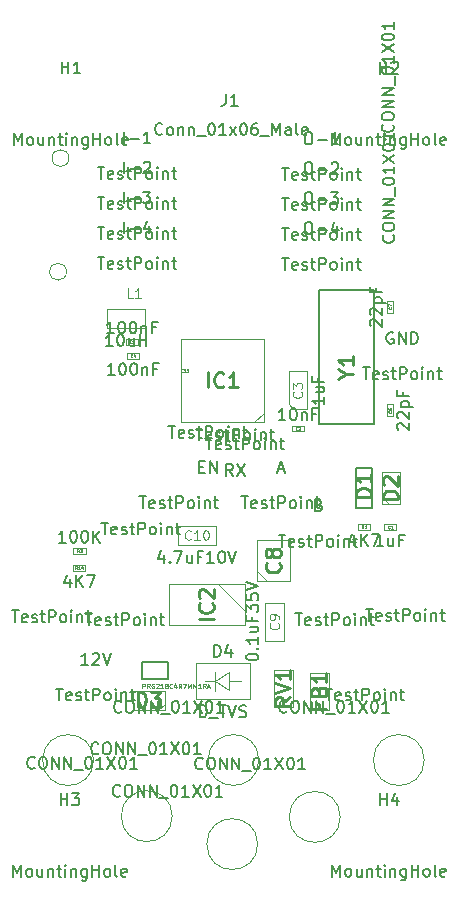
<source format=gbr>
%TF.GenerationSoftware,KiCad,Pcbnew,(5.1.10)-1*%
%TF.CreationDate,2021-10-24T00:58:49+05:30*%
%TF.ProjectId,Modbus_IO_Board,4d6f6462-7573-45f4-994f-5f426f617264,rev?*%
%TF.SameCoordinates,Original*%
%TF.FileFunction,Other,Fab,Top*%
%FSLAX46Y46*%
G04 Gerber Fmt 4.6, Leading zero omitted, Abs format (unit mm)*
G04 Created by KiCad (PCBNEW (5.1.10)-1) date 2021-10-24 00:58:49*
%MOMM*%
%LPD*%
G01*
G04 APERTURE LIST*
%ADD10C,0.100000*%
%ADD11C,0.200000*%
%ADD12C,0.127000*%
%ADD13C,0.150000*%
%ADD14C,0.254000*%
%ADD15C,0.120000*%
%ADD16C,0.040000*%
%ADD17C,0.098425*%
G04 APERTURE END LIST*
D10*
%TO.C,IC1*%
X148170000Y-87670000D02*
X141170000Y-87670000D01*
X141170000Y-87670000D02*
X141170000Y-80670000D01*
X141170000Y-80670000D02*
X148170000Y-80670000D01*
X148170000Y-80670000D02*
X148170000Y-87670000D01*
X148170000Y-86870000D02*
X147370000Y-87670000D01*
D11*
%TO.C,Y1*%
X152830000Y-87860000D02*
X157530000Y-87860000D01*
X152830000Y-76460000D02*
X152830000Y-87860000D01*
X157530000Y-76460000D02*
X152830000Y-76460000D01*
X157530000Y-87860000D02*
X157530000Y-76460000D01*
D10*
%TO.C,e*%
X131678420Y-65330000D02*
G75*
G03*
X131678420Y-65330000I-718420J0D01*
G01*
%TO.C,*%
X140420466Y-121037600D02*
G75*
G03*
X140420466Y-121037600I-2154066J0D01*
G01*
X154644466Y-121101100D02*
G75*
G03*
X154644466Y-121101100I-2154066J0D01*
G01*
X147659466Y-123403100D02*
G75*
G03*
X147659466Y-123403100I-2154066J0D01*
G01*
X133761066Y-116287800D02*
G75*
G03*
X133761066Y-116287800I-2154066J0D01*
G01*
X147761066Y-116287800D02*
G75*
G03*
X147761066Y-116287800I-2154066J0D01*
G01*
X161761066Y-116287800D02*
G75*
G03*
X161761066Y-116287800I-2154066J0D01*
G01*
%TO.C,D3*%
X139780000Y-111527000D02*
X139255000Y-112052000D01*
X139780000Y-110452000D02*
X139780000Y-112052000D01*
X137080000Y-110452000D02*
X139780000Y-110452000D01*
X137080000Y-112052000D02*
X137080000Y-110452000D01*
X139780000Y-112052000D02*
X137080000Y-112052000D01*
%TO.C,D2*%
X158785000Y-94620000D02*
X158185000Y-94020000D01*
X159735000Y-94620000D02*
X158185000Y-94620000D01*
X159735000Y-91920000D02*
X159735000Y-94620000D01*
X158185000Y-91920000D02*
X159735000Y-91920000D01*
X158185000Y-94620000D02*
X158185000Y-91920000D01*
D11*
%TO.C,D1*%
X155980000Y-91590000D02*
X157380000Y-91590000D01*
X155980000Y-94990000D02*
X155980000Y-91590000D01*
X157380000Y-94990000D02*
X155980000Y-94990000D01*
X157380000Y-91590000D02*
X157380000Y-94990000D01*
D10*
%TO.C,C3*%
X151870000Y-83380000D02*
X150270000Y-83380000D01*
X151870000Y-86580000D02*
X151870000Y-83380000D01*
X150670000Y-86580000D02*
X151870000Y-86580000D01*
X150270000Y-86180000D02*
X150670000Y-86580000D01*
X150270000Y-83380000D02*
X150270000Y-86180000D01*
%TO.C,C7*%
X158620000Y-78400000D02*
X158620000Y-77400000D01*
X159120000Y-78400000D02*
X158620000Y-78400000D01*
X159120000Y-77400000D02*
X159120000Y-78400000D01*
X158620000Y-77400000D02*
X159120000Y-77400000D01*
%TO.C,C6*%
X159110000Y-86180000D02*
X159110000Y-87180000D01*
X158610000Y-86180000D02*
X159110000Y-86180000D01*
X158610000Y-87180000D02*
X158610000Y-86180000D01*
X159110000Y-87180000D02*
X158610000Y-87180000D01*
%TO.C,C5*%
X136530000Y-80630000D02*
X137530000Y-80630000D01*
X136530000Y-81130000D02*
X136530000Y-80630000D01*
X137530000Y-81130000D02*
X136530000Y-81130000D01*
X137530000Y-80630000D02*
X137530000Y-81130000D01*
%TO.C,C4*%
X137600000Y-82320000D02*
X136600000Y-82320000D01*
X137600000Y-81820000D02*
X137600000Y-82320000D01*
X136600000Y-81820000D02*
X137600000Y-81820000D01*
X136600000Y-82320000D02*
X136600000Y-81820000D01*
%TO.C,C2*%
X150580000Y-87970000D02*
X151580000Y-87970000D01*
X150580000Y-88470000D02*
X150580000Y-87970000D01*
X151580000Y-88470000D02*
X150580000Y-88470000D01*
X151580000Y-87970000D02*
X151580000Y-88470000D01*
%TO.C,C1*%
X159390000Y-96830000D02*
X158390000Y-96830000D01*
X159390000Y-96330000D02*
X159390000Y-96830000D01*
X158390000Y-96330000D02*
X159390000Y-96330000D01*
X158390000Y-96830000D02*
X158390000Y-96330000D01*
%TO.C,R14*%
X133071200Y-100302800D02*
X132021200Y-100302800D01*
X133071200Y-99762800D02*
X133071200Y-100302800D01*
X132021200Y-99762800D02*
X133071200Y-99762800D01*
X132021200Y-100302800D02*
X132021200Y-99762800D01*
%TO.C,R3*%
X132041200Y-98322800D02*
X133091200Y-98322800D01*
X132041200Y-98862800D02*
X132041200Y-98322800D01*
X133091200Y-98862800D02*
X132041200Y-98862800D01*
X133091200Y-98322800D02*
X133091200Y-98862800D01*
%TO.C,R1*%
X157185000Y-96820000D02*
X156135000Y-96820000D01*
X157185000Y-96280000D02*
X157185000Y-96820000D01*
X156135000Y-96280000D02*
X157185000Y-96280000D01*
X156135000Y-96820000D02*
X156135000Y-96280000D01*
%TO.C,e*%
X131478420Y-74940000D02*
G75*
G03*
X131478420Y-74940000I-718420J0D01*
G01*
%TO.C,RV1*%
X149060000Y-108636000D02*
X150660000Y-108636000D01*
X149060000Y-111836000D02*
X149060000Y-108636000D01*
X150660000Y-111836000D02*
X149060000Y-111836000D01*
X150660000Y-108636000D02*
X150660000Y-111836000D01*
D12*
%TO.C,RT1*%
X137838000Y-109432000D02*
X137838000Y-107992000D01*
X140038000Y-109432000D02*
X140038000Y-107992000D01*
X140038000Y-107992000D02*
X137838000Y-107992000D01*
X140038000Y-109432000D02*
X137838000Y-109432000D01*
D10*
%TO.C,L1*%
X138140000Y-79680000D02*
X134940000Y-79680000D01*
X138140000Y-78080000D02*
X138140000Y-79680000D01*
X134940000Y-78080000D02*
X138140000Y-78080000D01*
X134940000Y-79680000D02*
X134940000Y-78080000D01*
%TO.C,IC2*%
X144310000Y-101370000D02*
X146610000Y-103670000D01*
X140110000Y-101370000D02*
X146610000Y-101370000D01*
X140110000Y-104870000D02*
X140110000Y-101370000D01*
X146610000Y-104870000D02*
X140110000Y-104870000D01*
X146610000Y-101370000D02*
X146610000Y-104870000D01*
%TO.C,FB1*%
X153708000Y-112090000D02*
X152108000Y-112090000D01*
X153708000Y-108890000D02*
X153708000Y-112090000D01*
X152108000Y-108890000D02*
X153708000Y-108890000D01*
X152108000Y-112090000D02*
X152108000Y-108890000D01*
%TO.C,C10*%
X144094000Y-98082000D02*
X140894000Y-98082000D01*
X144094000Y-96482000D02*
X144094000Y-98082000D01*
X140894000Y-96482000D02*
X144094000Y-96482000D01*
X140894000Y-98082000D02*
X140894000Y-96482000D01*
%TO.C,C9*%
X148300000Y-106190000D02*
X148300000Y-102990000D01*
X149900000Y-106190000D02*
X148300000Y-106190000D01*
X149900000Y-102990000D02*
X149900000Y-106190000D01*
X148300000Y-102990000D02*
X149900000Y-102990000D01*
%TO.C,C8*%
X148446800Y-101140200D02*
X147621800Y-100315200D01*
X150421800Y-101140200D02*
X147621800Y-101140200D01*
X150421800Y-97640200D02*
X150421800Y-101140200D01*
X147621800Y-97640200D02*
X150421800Y-97640200D01*
X147621800Y-101140200D02*
X147621800Y-97640200D01*
%TO.C,D4*%
X144060560Y-109601020D02*
X145211180Y-108800920D01*
X144060560Y-109601020D02*
X145211180Y-110350320D01*
X145211180Y-110350320D02*
X145211180Y-108800920D01*
X144060560Y-108800920D02*
X144060560Y-110401120D01*
X145211180Y-109601020D02*
X146209400Y-109601020D01*
X144060560Y-109601020D02*
X143158860Y-109601020D01*
X147010000Y-108100000D02*
X142410000Y-108100000D01*
X147010000Y-108100000D02*
X147010000Y-111100000D01*
X142410000Y-111100000D02*
X142410000Y-108100000D01*
X147010000Y-111100000D02*
X142410000Y-111100000D01*
%TD*%
%TO.C,H1*%
D13*
X127044285Y-64202380D02*
X127044285Y-63202380D01*
X127377619Y-63916666D01*
X127710952Y-63202380D01*
X127710952Y-64202380D01*
X128330000Y-64202380D02*
X128234761Y-64154761D01*
X128187142Y-64107142D01*
X128139523Y-64011904D01*
X128139523Y-63726190D01*
X128187142Y-63630952D01*
X128234761Y-63583333D01*
X128330000Y-63535714D01*
X128472857Y-63535714D01*
X128568095Y-63583333D01*
X128615714Y-63630952D01*
X128663333Y-63726190D01*
X128663333Y-64011904D01*
X128615714Y-64107142D01*
X128568095Y-64154761D01*
X128472857Y-64202380D01*
X128330000Y-64202380D01*
X129520476Y-63535714D02*
X129520476Y-64202380D01*
X129091904Y-63535714D02*
X129091904Y-64059523D01*
X129139523Y-64154761D01*
X129234761Y-64202380D01*
X129377619Y-64202380D01*
X129472857Y-64154761D01*
X129520476Y-64107142D01*
X129996666Y-63535714D02*
X129996666Y-64202380D01*
X129996666Y-63630952D02*
X130044285Y-63583333D01*
X130139523Y-63535714D01*
X130282380Y-63535714D01*
X130377619Y-63583333D01*
X130425238Y-63678571D01*
X130425238Y-64202380D01*
X130758571Y-63535714D02*
X131139523Y-63535714D01*
X130901428Y-63202380D02*
X130901428Y-64059523D01*
X130949047Y-64154761D01*
X131044285Y-64202380D01*
X131139523Y-64202380D01*
X131472857Y-64202380D02*
X131472857Y-63535714D01*
X131472857Y-63202380D02*
X131425238Y-63250000D01*
X131472857Y-63297619D01*
X131520476Y-63250000D01*
X131472857Y-63202380D01*
X131472857Y-63297619D01*
X131949047Y-63535714D02*
X131949047Y-64202380D01*
X131949047Y-63630952D02*
X131996666Y-63583333D01*
X132091904Y-63535714D01*
X132234761Y-63535714D01*
X132330000Y-63583333D01*
X132377619Y-63678571D01*
X132377619Y-64202380D01*
X133282380Y-63535714D02*
X133282380Y-64345238D01*
X133234761Y-64440476D01*
X133187142Y-64488095D01*
X133091904Y-64535714D01*
X132949047Y-64535714D01*
X132853809Y-64488095D01*
X133282380Y-64154761D02*
X133187142Y-64202380D01*
X132996666Y-64202380D01*
X132901428Y-64154761D01*
X132853809Y-64107142D01*
X132806190Y-64011904D01*
X132806190Y-63726190D01*
X132853809Y-63630952D01*
X132901428Y-63583333D01*
X132996666Y-63535714D01*
X133187142Y-63535714D01*
X133282380Y-63583333D01*
X133758571Y-64202380D02*
X133758571Y-63202380D01*
X133758571Y-63678571D02*
X134330000Y-63678571D01*
X134330000Y-64202380D02*
X134330000Y-63202380D01*
X134949047Y-64202380D02*
X134853809Y-64154761D01*
X134806190Y-64107142D01*
X134758571Y-64011904D01*
X134758571Y-63726190D01*
X134806190Y-63630952D01*
X134853809Y-63583333D01*
X134949047Y-63535714D01*
X135091904Y-63535714D01*
X135187142Y-63583333D01*
X135234761Y-63630952D01*
X135282380Y-63726190D01*
X135282380Y-64011904D01*
X135234761Y-64107142D01*
X135187142Y-64154761D01*
X135091904Y-64202380D01*
X134949047Y-64202380D01*
X135853809Y-64202380D02*
X135758571Y-64154761D01*
X135710952Y-64059523D01*
X135710952Y-63202380D01*
X136615714Y-64154761D02*
X136520476Y-64202380D01*
X136330000Y-64202380D01*
X136234761Y-64154761D01*
X136187142Y-64059523D01*
X136187142Y-63678571D01*
X136234761Y-63583333D01*
X136330000Y-63535714D01*
X136520476Y-63535714D01*
X136615714Y-63583333D01*
X136663333Y-63678571D01*
X136663333Y-63773809D01*
X136187142Y-63869047D01*
X131068095Y-58152380D02*
X131068095Y-57152380D01*
X131068095Y-57628571D02*
X131639523Y-57628571D01*
X131639523Y-58152380D02*
X131639523Y-57152380D01*
X132639523Y-58152380D02*
X132068095Y-58152380D01*
X132353809Y-58152380D02*
X132353809Y-57152380D01*
X132258571Y-57295238D01*
X132163333Y-57390476D01*
X132068095Y-57438095D01*
%TO.C,H2*%
X153964285Y-64212380D02*
X153964285Y-63212380D01*
X154297619Y-63926666D01*
X154630952Y-63212380D01*
X154630952Y-64212380D01*
X155250000Y-64212380D02*
X155154761Y-64164761D01*
X155107142Y-64117142D01*
X155059523Y-64021904D01*
X155059523Y-63736190D01*
X155107142Y-63640952D01*
X155154761Y-63593333D01*
X155250000Y-63545714D01*
X155392857Y-63545714D01*
X155488095Y-63593333D01*
X155535714Y-63640952D01*
X155583333Y-63736190D01*
X155583333Y-64021904D01*
X155535714Y-64117142D01*
X155488095Y-64164761D01*
X155392857Y-64212380D01*
X155250000Y-64212380D01*
X156440476Y-63545714D02*
X156440476Y-64212380D01*
X156011904Y-63545714D02*
X156011904Y-64069523D01*
X156059523Y-64164761D01*
X156154761Y-64212380D01*
X156297619Y-64212380D01*
X156392857Y-64164761D01*
X156440476Y-64117142D01*
X156916666Y-63545714D02*
X156916666Y-64212380D01*
X156916666Y-63640952D02*
X156964285Y-63593333D01*
X157059523Y-63545714D01*
X157202380Y-63545714D01*
X157297619Y-63593333D01*
X157345238Y-63688571D01*
X157345238Y-64212380D01*
X157678571Y-63545714D02*
X158059523Y-63545714D01*
X157821428Y-63212380D02*
X157821428Y-64069523D01*
X157869047Y-64164761D01*
X157964285Y-64212380D01*
X158059523Y-64212380D01*
X158392857Y-64212380D02*
X158392857Y-63545714D01*
X158392857Y-63212380D02*
X158345238Y-63260000D01*
X158392857Y-63307619D01*
X158440476Y-63260000D01*
X158392857Y-63212380D01*
X158392857Y-63307619D01*
X158869047Y-63545714D02*
X158869047Y-64212380D01*
X158869047Y-63640952D02*
X158916666Y-63593333D01*
X159011904Y-63545714D01*
X159154761Y-63545714D01*
X159250000Y-63593333D01*
X159297619Y-63688571D01*
X159297619Y-64212380D01*
X160202380Y-63545714D02*
X160202380Y-64355238D01*
X160154761Y-64450476D01*
X160107142Y-64498095D01*
X160011904Y-64545714D01*
X159869047Y-64545714D01*
X159773809Y-64498095D01*
X160202380Y-64164761D02*
X160107142Y-64212380D01*
X159916666Y-64212380D01*
X159821428Y-64164761D01*
X159773809Y-64117142D01*
X159726190Y-64021904D01*
X159726190Y-63736190D01*
X159773809Y-63640952D01*
X159821428Y-63593333D01*
X159916666Y-63545714D01*
X160107142Y-63545714D01*
X160202380Y-63593333D01*
X160678571Y-64212380D02*
X160678571Y-63212380D01*
X160678571Y-63688571D02*
X161250000Y-63688571D01*
X161250000Y-64212380D02*
X161250000Y-63212380D01*
X161869047Y-64212380D02*
X161773809Y-64164761D01*
X161726190Y-64117142D01*
X161678571Y-64021904D01*
X161678571Y-63736190D01*
X161726190Y-63640952D01*
X161773809Y-63593333D01*
X161869047Y-63545714D01*
X162011904Y-63545714D01*
X162107142Y-63593333D01*
X162154761Y-63640952D01*
X162202380Y-63736190D01*
X162202380Y-64021904D01*
X162154761Y-64117142D01*
X162107142Y-64164761D01*
X162011904Y-64212380D01*
X161869047Y-64212380D01*
X162773809Y-64212380D02*
X162678571Y-64164761D01*
X162630952Y-64069523D01*
X162630952Y-63212380D01*
X163535714Y-64164761D02*
X163440476Y-64212380D01*
X163250000Y-64212380D01*
X163154761Y-64164761D01*
X163107142Y-64069523D01*
X163107142Y-63688571D01*
X163154761Y-63593333D01*
X163250000Y-63545714D01*
X163440476Y-63545714D01*
X163535714Y-63593333D01*
X163583333Y-63688571D01*
X163583333Y-63783809D01*
X163107142Y-63879047D01*
X157988095Y-58162380D02*
X157988095Y-57162380D01*
X157988095Y-57638571D02*
X158559523Y-57638571D01*
X158559523Y-58162380D02*
X158559523Y-57162380D01*
X158988095Y-57257619D02*
X159035714Y-57210000D01*
X159130952Y-57162380D01*
X159369047Y-57162380D01*
X159464285Y-57210000D01*
X159511904Y-57257619D01*
X159559523Y-57352857D01*
X159559523Y-57448095D01*
X159511904Y-57590952D01*
X158940476Y-58162380D01*
X159559523Y-58162380D01*
%TO.C,H4*%
X153984285Y-126152380D02*
X153984285Y-125152380D01*
X154317619Y-125866666D01*
X154650952Y-125152380D01*
X154650952Y-126152380D01*
X155270000Y-126152380D02*
X155174761Y-126104761D01*
X155127142Y-126057142D01*
X155079523Y-125961904D01*
X155079523Y-125676190D01*
X155127142Y-125580952D01*
X155174761Y-125533333D01*
X155270000Y-125485714D01*
X155412857Y-125485714D01*
X155508095Y-125533333D01*
X155555714Y-125580952D01*
X155603333Y-125676190D01*
X155603333Y-125961904D01*
X155555714Y-126057142D01*
X155508095Y-126104761D01*
X155412857Y-126152380D01*
X155270000Y-126152380D01*
X156460476Y-125485714D02*
X156460476Y-126152380D01*
X156031904Y-125485714D02*
X156031904Y-126009523D01*
X156079523Y-126104761D01*
X156174761Y-126152380D01*
X156317619Y-126152380D01*
X156412857Y-126104761D01*
X156460476Y-126057142D01*
X156936666Y-125485714D02*
X156936666Y-126152380D01*
X156936666Y-125580952D02*
X156984285Y-125533333D01*
X157079523Y-125485714D01*
X157222380Y-125485714D01*
X157317619Y-125533333D01*
X157365238Y-125628571D01*
X157365238Y-126152380D01*
X157698571Y-125485714D02*
X158079523Y-125485714D01*
X157841428Y-125152380D02*
X157841428Y-126009523D01*
X157889047Y-126104761D01*
X157984285Y-126152380D01*
X158079523Y-126152380D01*
X158412857Y-126152380D02*
X158412857Y-125485714D01*
X158412857Y-125152380D02*
X158365238Y-125200000D01*
X158412857Y-125247619D01*
X158460476Y-125200000D01*
X158412857Y-125152380D01*
X158412857Y-125247619D01*
X158889047Y-125485714D02*
X158889047Y-126152380D01*
X158889047Y-125580952D02*
X158936666Y-125533333D01*
X159031904Y-125485714D01*
X159174761Y-125485714D01*
X159270000Y-125533333D01*
X159317619Y-125628571D01*
X159317619Y-126152380D01*
X160222380Y-125485714D02*
X160222380Y-126295238D01*
X160174761Y-126390476D01*
X160127142Y-126438095D01*
X160031904Y-126485714D01*
X159889047Y-126485714D01*
X159793809Y-126438095D01*
X160222380Y-126104761D02*
X160127142Y-126152380D01*
X159936666Y-126152380D01*
X159841428Y-126104761D01*
X159793809Y-126057142D01*
X159746190Y-125961904D01*
X159746190Y-125676190D01*
X159793809Y-125580952D01*
X159841428Y-125533333D01*
X159936666Y-125485714D01*
X160127142Y-125485714D01*
X160222380Y-125533333D01*
X160698571Y-126152380D02*
X160698571Y-125152380D01*
X160698571Y-125628571D02*
X161270000Y-125628571D01*
X161270000Y-126152380D02*
X161270000Y-125152380D01*
X161889047Y-126152380D02*
X161793809Y-126104761D01*
X161746190Y-126057142D01*
X161698571Y-125961904D01*
X161698571Y-125676190D01*
X161746190Y-125580952D01*
X161793809Y-125533333D01*
X161889047Y-125485714D01*
X162031904Y-125485714D01*
X162127142Y-125533333D01*
X162174761Y-125580952D01*
X162222380Y-125676190D01*
X162222380Y-125961904D01*
X162174761Y-126057142D01*
X162127142Y-126104761D01*
X162031904Y-126152380D01*
X161889047Y-126152380D01*
X162793809Y-126152380D02*
X162698571Y-126104761D01*
X162650952Y-126009523D01*
X162650952Y-125152380D01*
X163555714Y-126104761D02*
X163460476Y-126152380D01*
X163270000Y-126152380D01*
X163174761Y-126104761D01*
X163127142Y-126009523D01*
X163127142Y-125628571D01*
X163174761Y-125533333D01*
X163270000Y-125485714D01*
X163460476Y-125485714D01*
X163555714Y-125533333D01*
X163603333Y-125628571D01*
X163603333Y-125723809D01*
X163127142Y-125819047D01*
X158008095Y-120102380D02*
X158008095Y-119102380D01*
X158008095Y-119578571D02*
X158579523Y-119578571D01*
X158579523Y-120102380D02*
X158579523Y-119102380D01*
X159484285Y-119435714D02*
X159484285Y-120102380D01*
X159246190Y-119054761D02*
X159008095Y-119769047D01*
X159627142Y-119769047D01*
%TO.C,H3*%
X126954285Y-126162380D02*
X126954285Y-125162380D01*
X127287619Y-125876666D01*
X127620952Y-125162380D01*
X127620952Y-126162380D01*
X128240000Y-126162380D02*
X128144761Y-126114761D01*
X128097142Y-126067142D01*
X128049523Y-125971904D01*
X128049523Y-125686190D01*
X128097142Y-125590952D01*
X128144761Y-125543333D01*
X128240000Y-125495714D01*
X128382857Y-125495714D01*
X128478095Y-125543333D01*
X128525714Y-125590952D01*
X128573333Y-125686190D01*
X128573333Y-125971904D01*
X128525714Y-126067142D01*
X128478095Y-126114761D01*
X128382857Y-126162380D01*
X128240000Y-126162380D01*
X129430476Y-125495714D02*
X129430476Y-126162380D01*
X129001904Y-125495714D02*
X129001904Y-126019523D01*
X129049523Y-126114761D01*
X129144761Y-126162380D01*
X129287619Y-126162380D01*
X129382857Y-126114761D01*
X129430476Y-126067142D01*
X129906666Y-125495714D02*
X129906666Y-126162380D01*
X129906666Y-125590952D02*
X129954285Y-125543333D01*
X130049523Y-125495714D01*
X130192380Y-125495714D01*
X130287619Y-125543333D01*
X130335238Y-125638571D01*
X130335238Y-126162380D01*
X130668571Y-125495714D02*
X131049523Y-125495714D01*
X130811428Y-125162380D02*
X130811428Y-126019523D01*
X130859047Y-126114761D01*
X130954285Y-126162380D01*
X131049523Y-126162380D01*
X131382857Y-126162380D02*
X131382857Y-125495714D01*
X131382857Y-125162380D02*
X131335238Y-125210000D01*
X131382857Y-125257619D01*
X131430476Y-125210000D01*
X131382857Y-125162380D01*
X131382857Y-125257619D01*
X131859047Y-125495714D02*
X131859047Y-126162380D01*
X131859047Y-125590952D02*
X131906666Y-125543333D01*
X132001904Y-125495714D01*
X132144761Y-125495714D01*
X132240000Y-125543333D01*
X132287619Y-125638571D01*
X132287619Y-126162380D01*
X133192380Y-125495714D02*
X133192380Y-126305238D01*
X133144761Y-126400476D01*
X133097142Y-126448095D01*
X133001904Y-126495714D01*
X132859047Y-126495714D01*
X132763809Y-126448095D01*
X133192380Y-126114761D02*
X133097142Y-126162380D01*
X132906666Y-126162380D01*
X132811428Y-126114761D01*
X132763809Y-126067142D01*
X132716190Y-125971904D01*
X132716190Y-125686190D01*
X132763809Y-125590952D01*
X132811428Y-125543333D01*
X132906666Y-125495714D01*
X133097142Y-125495714D01*
X133192380Y-125543333D01*
X133668571Y-126162380D02*
X133668571Y-125162380D01*
X133668571Y-125638571D02*
X134240000Y-125638571D01*
X134240000Y-126162380D02*
X134240000Y-125162380D01*
X134859047Y-126162380D02*
X134763809Y-126114761D01*
X134716190Y-126067142D01*
X134668571Y-125971904D01*
X134668571Y-125686190D01*
X134716190Y-125590952D01*
X134763809Y-125543333D01*
X134859047Y-125495714D01*
X135001904Y-125495714D01*
X135097142Y-125543333D01*
X135144761Y-125590952D01*
X135192380Y-125686190D01*
X135192380Y-125971904D01*
X135144761Y-126067142D01*
X135097142Y-126114761D01*
X135001904Y-126162380D01*
X134859047Y-126162380D01*
X135763809Y-126162380D02*
X135668571Y-126114761D01*
X135620952Y-126019523D01*
X135620952Y-125162380D01*
X136525714Y-126114761D02*
X136430476Y-126162380D01*
X136240000Y-126162380D01*
X136144761Y-126114761D01*
X136097142Y-126019523D01*
X136097142Y-125638571D01*
X136144761Y-125543333D01*
X136240000Y-125495714D01*
X136430476Y-125495714D01*
X136525714Y-125543333D01*
X136573333Y-125638571D01*
X136573333Y-125733809D01*
X136097142Y-125829047D01*
X130978095Y-120112380D02*
X130978095Y-119112380D01*
X130978095Y-119588571D02*
X131549523Y-119588571D01*
X131549523Y-120112380D02*
X131549523Y-119112380D01*
X131930476Y-119112380D02*
X132549523Y-119112380D01*
X132216190Y-119493333D01*
X132359047Y-119493333D01*
X132454285Y-119540952D01*
X132501904Y-119588571D01*
X132549523Y-119683809D01*
X132549523Y-119921904D01*
X132501904Y-120017142D01*
X132454285Y-120064761D01*
X132359047Y-120112380D01*
X132073333Y-120112380D01*
X131978095Y-120064761D01*
X131930476Y-120017142D01*
%TO.C,TP9*%
X137636666Y-93966380D02*
X138208095Y-93966380D01*
X137922380Y-94966380D02*
X137922380Y-93966380D01*
X138922380Y-94918761D02*
X138827142Y-94966380D01*
X138636666Y-94966380D01*
X138541428Y-94918761D01*
X138493809Y-94823523D01*
X138493809Y-94442571D01*
X138541428Y-94347333D01*
X138636666Y-94299714D01*
X138827142Y-94299714D01*
X138922380Y-94347333D01*
X138970000Y-94442571D01*
X138970000Y-94537809D01*
X138493809Y-94633047D01*
X139350952Y-94918761D02*
X139446190Y-94966380D01*
X139636666Y-94966380D01*
X139731904Y-94918761D01*
X139779523Y-94823523D01*
X139779523Y-94775904D01*
X139731904Y-94680666D01*
X139636666Y-94633047D01*
X139493809Y-94633047D01*
X139398571Y-94585428D01*
X139350952Y-94490190D01*
X139350952Y-94442571D01*
X139398571Y-94347333D01*
X139493809Y-94299714D01*
X139636666Y-94299714D01*
X139731904Y-94347333D01*
X140065238Y-94299714D02*
X140446190Y-94299714D01*
X140208095Y-93966380D02*
X140208095Y-94823523D01*
X140255714Y-94918761D01*
X140350952Y-94966380D01*
X140446190Y-94966380D01*
X140779523Y-94966380D02*
X140779523Y-93966380D01*
X141160476Y-93966380D01*
X141255714Y-94014000D01*
X141303333Y-94061619D01*
X141350952Y-94156857D01*
X141350952Y-94299714D01*
X141303333Y-94394952D01*
X141255714Y-94442571D01*
X141160476Y-94490190D01*
X140779523Y-94490190D01*
X141922380Y-94966380D02*
X141827142Y-94918761D01*
X141779523Y-94871142D01*
X141731904Y-94775904D01*
X141731904Y-94490190D01*
X141779523Y-94394952D01*
X141827142Y-94347333D01*
X141922380Y-94299714D01*
X142065238Y-94299714D01*
X142160476Y-94347333D01*
X142208095Y-94394952D01*
X142255714Y-94490190D01*
X142255714Y-94775904D01*
X142208095Y-94871142D01*
X142160476Y-94918761D01*
X142065238Y-94966380D01*
X141922380Y-94966380D01*
X142684285Y-94966380D02*
X142684285Y-94299714D01*
X142684285Y-93966380D02*
X142636666Y-94014000D01*
X142684285Y-94061619D01*
X142731904Y-94014000D01*
X142684285Y-93966380D01*
X142684285Y-94061619D01*
X143160476Y-94299714D02*
X143160476Y-94966380D01*
X143160476Y-94394952D02*
X143208095Y-94347333D01*
X143303333Y-94299714D01*
X143446190Y-94299714D01*
X143541428Y-94347333D01*
X143589047Y-94442571D01*
X143589047Y-94966380D01*
X143922380Y-94299714D02*
X144303333Y-94299714D01*
X144065238Y-93966380D02*
X144065238Y-94823523D01*
X144112857Y-94918761D01*
X144208095Y-94966380D01*
X144303333Y-94966380D01*
%TO.C,B*%
X134416666Y-96182380D02*
X134988095Y-96182380D01*
X134702380Y-97182380D02*
X134702380Y-96182380D01*
X135702380Y-97134761D02*
X135607142Y-97182380D01*
X135416666Y-97182380D01*
X135321428Y-97134761D01*
X135273809Y-97039523D01*
X135273809Y-96658571D01*
X135321428Y-96563333D01*
X135416666Y-96515714D01*
X135607142Y-96515714D01*
X135702380Y-96563333D01*
X135750000Y-96658571D01*
X135750000Y-96753809D01*
X135273809Y-96849047D01*
X136130952Y-97134761D02*
X136226190Y-97182380D01*
X136416666Y-97182380D01*
X136511904Y-97134761D01*
X136559523Y-97039523D01*
X136559523Y-96991904D01*
X136511904Y-96896666D01*
X136416666Y-96849047D01*
X136273809Y-96849047D01*
X136178571Y-96801428D01*
X136130952Y-96706190D01*
X136130952Y-96658571D01*
X136178571Y-96563333D01*
X136273809Y-96515714D01*
X136416666Y-96515714D01*
X136511904Y-96563333D01*
X136845238Y-96515714D02*
X137226190Y-96515714D01*
X136988095Y-96182380D02*
X136988095Y-97039523D01*
X137035714Y-97134761D01*
X137130952Y-97182380D01*
X137226190Y-97182380D01*
X137559523Y-97182380D02*
X137559523Y-96182380D01*
X137940476Y-96182380D01*
X138035714Y-96230000D01*
X138083333Y-96277619D01*
X138130952Y-96372857D01*
X138130952Y-96515714D01*
X138083333Y-96610952D01*
X138035714Y-96658571D01*
X137940476Y-96706190D01*
X137559523Y-96706190D01*
X138702380Y-97182380D02*
X138607142Y-97134761D01*
X138559523Y-97087142D01*
X138511904Y-96991904D01*
X138511904Y-96706190D01*
X138559523Y-96610952D01*
X138607142Y-96563333D01*
X138702380Y-96515714D01*
X138845238Y-96515714D01*
X138940476Y-96563333D01*
X138988095Y-96610952D01*
X139035714Y-96706190D01*
X139035714Y-96991904D01*
X138988095Y-97087142D01*
X138940476Y-97134761D01*
X138845238Y-97182380D01*
X138702380Y-97182380D01*
X139464285Y-97182380D02*
X139464285Y-96515714D01*
X139464285Y-96182380D02*
X139416666Y-96230000D01*
X139464285Y-96277619D01*
X139511904Y-96230000D01*
X139464285Y-96182380D01*
X139464285Y-96277619D01*
X139940476Y-96515714D02*
X139940476Y-97182380D01*
X139940476Y-96610952D02*
X139988095Y-96563333D01*
X140083333Y-96515714D01*
X140226190Y-96515714D01*
X140321428Y-96563333D01*
X140369047Y-96658571D01*
X140369047Y-97182380D01*
X140702380Y-96515714D02*
X141083333Y-96515714D01*
X140845238Y-96182380D02*
X140845238Y-97039523D01*
X140892857Y-97134761D01*
X140988095Y-97182380D01*
X141083333Y-97182380D01*
%TO.C,I-3*%
X134106066Y-71157180D02*
X134677495Y-71157180D01*
X134391780Y-72157180D02*
X134391780Y-71157180D01*
X135391780Y-72109561D02*
X135296542Y-72157180D01*
X135106066Y-72157180D01*
X135010828Y-72109561D01*
X134963209Y-72014323D01*
X134963209Y-71633371D01*
X135010828Y-71538133D01*
X135106066Y-71490514D01*
X135296542Y-71490514D01*
X135391780Y-71538133D01*
X135439400Y-71633371D01*
X135439400Y-71728609D01*
X134963209Y-71823847D01*
X135820352Y-72109561D02*
X135915590Y-72157180D01*
X136106066Y-72157180D01*
X136201304Y-72109561D01*
X136248923Y-72014323D01*
X136248923Y-71966704D01*
X136201304Y-71871466D01*
X136106066Y-71823847D01*
X135963209Y-71823847D01*
X135867971Y-71776228D01*
X135820352Y-71680990D01*
X135820352Y-71633371D01*
X135867971Y-71538133D01*
X135963209Y-71490514D01*
X136106066Y-71490514D01*
X136201304Y-71538133D01*
X136534638Y-71490514D02*
X136915590Y-71490514D01*
X136677495Y-71157180D02*
X136677495Y-72014323D01*
X136725114Y-72109561D01*
X136820352Y-72157180D01*
X136915590Y-72157180D01*
X137248923Y-72157180D02*
X137248923Y-71157180D01*
X137629876Y-71157180D01*
X137725114Y-71204800D01*
X137772733Y-71252419D01*
X137820352Y-71347657D01*
X137820352Y-71490514D01*
X137772733Y-71585752D01*
X137725114Y-71633371D01*
X137629876Y-71680990D01*
X137248923Y-71680990D01*
X138391780Y-72157180D02*
X138296542Y-72109561D01*
X138248923Y-72061942D01*
X138201304Y-71966704D01*
X138201304Y-71680990D01*
X138248923Y-71585752D01*
X138296542Y-71538133D01*
X138391780Y-71490514D01*
X138534638Y-71490514D01*
X138629876Y-71538133D01*
X138677495Y-71585752D01*
X138725114Y-71680990D01*
X138725114Y-71966704D01*
X138677495Y-72061942D01*
X138629876Y-72109561D01*
X138534638Y-72157180D01*
X138391780Y-72157180D01*
X139153685Y-72157180D02*
X139153685Y-71490514D01*
X139153685Y-71157180D02*
X139106066Y-71204800D01*
X139153685Y-71252419D01*
X139201304Y-71204800D01*
X139153685Y-71157180D01*
X139153685Y-71252419D01*
X139629876Y-71490514D02*
X139629876Y-72157180D01*
X139629876Y-71585752D02*
X139677495Y-71538133D01*
X139772733Y-71490514D01*
X139915590Y-71490514D01*
X140010828Y-71538133D01*
X140058447Y-71633371D01*
X140058447Y-72157180D01*
X140391780Y-71490514D02*
X140772733Y-71490514D01*
X140534638Y-71157180D02*
X140534638Y-72014323D01*
X140582257Y-72109561D01*
X140677495Y-72157180D01*
X140772733Y-72157180D01*
X136344161Y-69157180D02*
X136344161Y-68157180D01*
X136820352Y-68776228D02*
X137582257Y-68776228D01*
X137963209Y-68157180D02*
X138582257Y-68157180D01*
X138248923Y-68538133D01*
X138391780Y-68538133D01*
X138487019Y-68585752D01*
X138534638Y-68633371D01*
X138582257Y-68728609D01*
X138582257Y-68966704D01*
X138534638Y-69061942D01*
X138487019Y-69109561D01*
X138391780Y-69157180D01*
X138106066Y-69157180D01*
X138010828Y-69109561D01*
X137963209Y-69061942D01*
%TO.C,I-1*%
X134106066Y-66077180D02*
X134677495Y-66077180D01*
X134391780Y-67077180D02*
X134391780Y-66077180D01*
X135391780Y-67029561D02*
X135296542Y-67077180D01*
X135106066Y-67077180D01*
X135010828Y-67029561D01*
X134963209Y-66934323D01*
X134963209Y-66553371D01*
X135010828Y-66458133D01*
X135106066Y-66410514D01*
X135296542Y-66410514D01*
X135391780Y-66458133D01*
X135439400Y-66553371D01*
X135439400Y-66648609D01*
X134963209Y-66743847D01*
X135820352Y-67029561D02*
X135915590Y-67077180D01*
X136106066Y-67077180D01*
X136201304Y-67029561D01*
X136248923Y-66934323D01*
X136248923Y-66886704D01*
X136201304Y-66791466D01*
X136106066Y-66743847D01*
X135963209Y-66743847D01*
X135867971Y-66696228D01*
X135820352Y-66600990D01*
X135820352Y-66553371D01*
X135867971Y-66458133D01*
X135963209Y-66410514D01*
X136106066Y-66410514D01*
X136201304Y-66458133D01*
X136534638Y-66410514D02*
X136915590Y-66410514D01*
X136677495Y-66077180D02*
X136677495Y-66934323D01*
X136725114Y-67029561D01*
X136820352Y-67077180D01*
X136915590Y-67077180D01*
X137248923Y-67077180D02*
X137248923Y-66077180D01*
X137629876Y-66077180D01*
X137725114Y-66124800D01*
X137772733Y-66172419D01*
X137820352Y-66267657D01*
X137820352Y-66410514D01*
X137772733Y-66505752D01*
X137725114Y-66553371D01*
X137629876Y-66600990D01*
X137248923Y-66600990D01*
X138391780Y-67077180D02*
X138296542Y-67029561D01*
X138248923Y-66981942D01*
X138201304Y-66886704D01*
X138201304Y-66600990D01*
X138248923Y-66505752D01*
X138296542Y-66458133D01*
X138391780Y-66410514D01*
X138534638Y-66410514D01*
X138629876Y-66458133D01*
X138677495Y-66505752D01*
X138725114Y-66600990D01*
X138725114Y-66886704D01*
X138677495Y-66981942D01*
X138629876Y-67029561D01*
X138534638Y-67077180D01*
X138391780Y-67077180D01*
X139153685Y-67077180D02*
X139153685Y-66410514D01*
X139153685Y-66077180D02*
X139106066Y-66124800D01*
X139153685Y-66172419D01*
X139201304Y-66124800D01*
X139153685Y-66077180D01*
X139153685Y-66172419D01*
X139629876Y-66410514D02*
X139629876Y-67077180D01*
X139629876Y-66505752D02*
X139677495Y-66458133D01*
X139772733Y-66410514D01*
X139915590Y-66410514D01*
X140010828Y-66458133D01*
X140058447Y-66553371D01*
X140058447Y-67077180D01*
X140391780Y-66410514D02*
X140772733Y-66410514D01*
X140534638Y-66077180D02*
X140534638Y-66934323D01*
X140582257Y-67029561D01*
X140677495Y-67077180D01*
X140772733Y-67077180D01*
X136344161Y-64077180D02*
X136344161Y-63077180D01*
X136820352Y-63696228D02*
X137582257Y-63696228D01*
X138582257Y-64077180D02*
X138010828Y-64077180D01*
X138296542Y-64077180D02*
X138296542Y-63077180D01*
X138201304Y-63220038D01*
X138106066Y-63315276D01*
X138010828Y-63362895D01*
%TO.C,I-2*%
X134106066Y-68617180D02*
X134677495Y-68617180D01*
X134391780Y-69617180D02*
X134391780Y-68617180D01*
X135391780Y-69569561D02*
X135296542Y-69617180D01*
X135106066Y-69617180D01*
X135010828Y-69569561D01*
X134963209Y-69474323D01*
X134963209Y-69093371D01*
X135010828Y-68998133D01*
X135106066Y-68950514D01*
X135296542Y-68950514D01*
X135391780Y-68998133D01*
X135439400Y-69093371D01*
X135439400Y-69188609D01*
X134963209Y-69283847D01*
X135820352Y-69569561D02*
X135915590Y-69617180D01*
X136106066Y-69617180D01*
X136201304Y-69569561D01*
X136248923Y-69474323D01*
X136248923Y-69426704D01*
X136201304Y-69331466D01*
X136106066Y-69283847D01*
X135963209Y-69283847D01*
X135867971Y-69236228D01*
X135820352Y-69140990D01*
X135820352Y-69093371D01*
X135867971Y-68998133D01*
X135963209Y-68950514D01*
X136106066Y-68950514D01*
X136201304Y-68998133D01*
X136534638Y-68950514D02*
X136915590Y-68950514D01*
X136677495Y-68617180D02*
X136677495Y-69474323D01*
X136725114Y-69569561D01*
X136820352Y-69617180D01*
X136915590Y-69617180D01*
X137248923Y-69617180D02*
X137248923Y-68617180D01*
X137629876Y-68617180D01*
X137725114Y-68664800D01*
X137772733Y-68712419D01*
X137820352Y-68807657D01*
X137820352Y-68950514D01*
X137772733Y-69045752D01*
X137725114Y-69093371D01*
X137629876Y-69140990D01*
X137248923Y-69140990D01*
X138391780Y-69617180D02*
X138296542Y-69569561D01*
X138248923Y-69521942D01*
X138201304Y-69426704D01*
X138201304Y-69140990D01*
X138248923Y-69045752D01*
X138296542Y-68998133D01*
X138391780Y-68950514D01*
X138534638Y-68950514D01*
X138629876Y-68998133D01*
X138677495Y-69045752D01*
X138725114Y-69140990D01*
X138725114Y-69426704D01*
X138677495Y-69521942D01*
X138629876Y-69569561D01*
X138534638Y-69617180D01*
X138391780Y-69617180D01*
X139153685Y-69617180D02*
X139153685Y-68950514D01*
X139153685Y-68617180D02*
X139106066Y-68664800D01*
X139153685Y-68712419D01*
X139201304Y-68664800D01*
X139153685Y-68617180D01*
X139153685Y-68712419D01*
X139629876Y-68950514D02*
X139629876Y-69617180D01*
X139629876Y-69045752D02*
X139677495Y-68998133D01*
X139772733Y-68950514D01*
X139915590Y-68950514D01*
X140010828Y-68998133D01*
X140058447Y-69093371D01*
X140058447Y-69617180D01*
X140391780Y-68950514D02*
X140772733Y-68950514D01*
X140534638Y-68617180D02*
X140534638Y-69474323D01*
X140582257Y-69569561D01*
X140677495Y-69617180D01*
X140772733Y-69617180D01*
X136344161Y-66617180D02*
X136344161Y-65617180D01*
X136820352Y-66236228D02*
X137582257Y-66236228D01*
X138010828Y-65712419D02*
X138058447Y-65664800D01*
X138153685Y-65617180D01*
X138391780Y-65617180D01*
X138487019Y-65664800D01*
X138534638Y-65712419D01*
X138582257Y-65807657D01*
X138582257Y-65902895D01*
X138534638Y-66045752D01*
X137963209Y-66617180D01*
X138582257Y-66617180D01*
%TO.C,I-4*%
X134106066Y-73697180D02*
X134677495Y-73697180D01*
X134391780Y-74697180D02*
X134391780Y-73697180D01*
X135391780Y-74649561D02*
X135296542Y-74697180D01*
X135106066Y-74697180D01*
X135010828Y-74649561D01*
X134963209Y-74554323D01*
X134963209Y-74173371D01*
X135010828Y-74078133D01*
X135106066Y-74030514D01*
X135296542Y-74030514D01*
X135391780Y-74078133D01*
X135439400Y-74173371D01*
X135439400Y-74268609D01*
X134963209Y-74363847D01*
X135820352Y-74649561D02*
X135915590Y-74697180D01*
X136106066Y-74697180D01*
X136201304Y-74649561D01*
X136248923Y-74554323D01*
X136248923Y-74506704D01*
X136201304Y-74411466D01*
X136106066Y-74363847D01*
X135963209Y-74363847D01*
X135867971Y-74316228D01*
X135820352Y-74220990D01*
X135820352Y-74173371D01*
X135867971Y-74078133D01*
X135963209Y-74030514D01*
X136106066Y-74030514D01*
X136201304Y-74078133D01*
X136534638Y-74030514D02*
X136915590Y-74030514D01*
X136677495Y-73697180D02*
X136677495Y-74554323D01*
X136725114Y-74649561D01*
X136820352Y-74697180D01*
X136915590Y-74697180D01*
X137248923Y-74697180D02*
X137248923Y-73697180D01*
X137629876Y-73697180D01*
X137725114Y-73744800D01*
X137772733Y-73792419D01*
X137820352Y-73887657D01*
X137820352Y-74030514D01*
X137772733Y-74125752D01*
X137725114Y-74173371D01*
X137629876Y-74220990D01*
X137248923Y-74220990D01*
X138391780Y-74697180D02*
X138296542Y-74649561D01*
X138248923Y-74601942D01*
X138201304Y-74506704D01*
X138201304Y-74220990D01*
X138248923Y-74125752D01*
X138296542Y-74078133D01*
X138391780Y-74030514D01*
X138534638Y-74030514D01*
X138629876Y-74078133D01*
X138677495Y-74125752D01*
X138725114Y-74220990D01*
X138725114Y-74506704D01*
X138677495Y-74601942D01*
X138629876Y-74649561D01*
X138534638Y-74697180D01*
X138391780Y-74697180D01*
X139153685Y-74697180D02*
X139153685Y-74030514D01*
X139153685Y-73697180D02*
X139106066Y-73744800D01*
X139153685Y-73792419D01*
X139201304Y-73744800D01*
X139153685Y-73697180D01*
X139153685Y-73792419D01*
X139629876Y-74030514D02*
X139629876Y-74697180D01*
X139629876Y-74125752D02*
X139677495Y-74078133D01*
X139772733Y-74030514D01*
X139915590Y-74030514D01*
X140010828Y-74078133D01*
X140058447Y-74173371D01*
X140058447Y-74697180D01*
X140391780Y-74030514D02*
X140772733Y-74030514D01*
X140534638Y-73697180D02*
X140534638Y-74554323D01*
X140582257Y-74649561D01*
X140677495Y-74697180D01*
X140772733Y-74697180D01*
X136344161Y-71697180D02*
X136344161Y-70697180D01*
X136820352Y-71316228D02*
X137582257Y-71316228D01*
X138487019Y-71030514D02*
X138487019Y-71697180D01*
X138248923Y-70649561D02*
X138010828Y-71363847D01*
X138629876Y-71363847D01*
%TO.C,O-4*%
X149727066Y-73773380D02*
X150298495Y-73773380D01*
X150012780Y-74773380D02*
X150012780Y-73773380D01*
X151012780Y-74725761D02*
X150917542Y-74773380D01*
X150727066Y-74773380D01*
X150631828Y-74725761D01*
X150584209Y-74630523D01*
X150584209Y-74249571D01*
X150631828Y-74154333D01*
X150727066Y-74106714D01*
X150917542Y-74106714D01*
X151012780Y-74154333D01*
X151060400Y-74249571D01*
X151060400Y-74344809D01*
X150584209Y-74440047D01*
X151441352Y-74725761D02*
X151536590Y-74773380D01*
X151727066Y-74773380D01*
X151822304Y-74725761D01*
X151869923Y-74630523D01*
X151869923Y-74582904D01*
X151822304Y-74487666D01*
X151727066Y-74440047D01*
X151584209Y-74440047D01*
X151488971Y-74392428D01*
X151441352Y-74297190D01*
X151441352Y-74249571D01*
X151488971Y-74154333D01*
X151584209Y-74106714D01*
X151727066Y-74106714D01*
X151822304Y-74154333D01*
X152155638Y-74106714D02*
X152536590Y-74106714D01*
X152298495Y-73773380D02*
X152298495Y-74630523D01*
X152346114Y-74725761D01*
X152441352Y-74773380D01*
X152536590Y-74773380D01*
X152869923Y-74773380D02*
X152869923Y-73773380D01*
X153250876Y-73773380D01*
X153346114Y-73821000D01*
X153393733Y-73868619D01*
X153441352Y-73963857D01*
X153441352Y-74106714D01*
X153393733Y-74201952D01*
X153346114Y-74249571D01*
X153250876Y-74297190D01*
X152869923Y-74297190D01*
X154012780Y-74773380D02*
X153917542Y-74725761D01*
X153869923Y-74678142D01*
X153822304Y-74582904D01*
X153822304Y-74297190D01*
X153869923Y-74201952D01*
X153917542Y-74154333D01*
X154012780Y-74106714D01*
X154155638Y-74106714D01*
X154250876Y-74154333D01*
X154298495Y-74201952D01*
X154346114Y-74297190D01*
X154346114Y-74582904D01*
X154298495Y-74678142D01*
X154250876Y-74725761D01*
X154155638Y-74773380D01*
X154012780Y-74773380D01*
X154774685Y-74773380D02*
X154774685Y-74106714D01*
X154774685Y-73773380D02*
X154727066Y-73821000D01*
X154774685Y-73868619D01*
X154822304Y-73821000D01*
X154774685Y-73773380D01*
X154774685Y-73868619D01*
X155250876Y-74106714D02*
X155250876Y-74773380D01*
X155250876Y-74201952D02*
X155298495Y-74154333D01*
X155393733Y-74106714D01*
X155536590Y-74106714D01*
X155631828Y-74154333D01*
X155679447Y-74249571D01*
X155679447Y-74773380D01*
X156012780Y-74106714D02*
X156393733Y-74106714D01*
X156155638Y-73773380D02*
X156155638Y-74630523D01*
X156203257Y-74725761D01*
X156298495Y-74773380D01*
X156393733Y-74773380D01*
X151869923Y-70773380D02*
X152060400Y-70773380D01*
X152155638Y-70821000D01*
X152250876Y-70916238D01*
X152298495Y-71106714D01*
X152298495Y-71440047D01*
X152250876Y-71630523D01*
X152155638Y-71725761D01*
X152060400Y-71773380D01*
X151869923Y-71773380D01*
X151774685Y-71725761D01*
X151679447Y-71630523D01*
X151631828Y-71440047D01*
X151631828Y-71106714D01*
X151679447Y-70916238D01*
X151774685Y-70821000D01*
X151869923Y-70773380D01*
X152727066Y-71392428D02*
X153488971Y-71392428D01*
X154393733Y-71106714D02*
X154393733Y-71773380D01*
X154155638Y-70725761D02*
X153917542Y-71440047D01*
X154536590Y-71440047D01*
%TO.C,O-3*%
X149727066Y-71233380D02*
X150298495Y-71233380D01*
X150012780Y-72233380D02*
X150012780Y-71233380D01*
X151012780Y-72185761D02*
X150917542Y-72233380D01*
X150727066Y-72233380D01*
X150631828Y-72185761D01*
X150584209Y-72090523D01*
X150584209Y-71709571D01*
X150631828Y-71614333D01*
X150727066Y-71566714D01*
X150917542Y-71566714D01*
X151012780Y-71614333D01*
X151060400Y-71709571D01*
X151060400Y-71804809D01*
X150584209Y-71900047D01*
X151441352Y-72185761D02*
X151536590Y-72233380D01*
X151727066Y-72233380D01*
X151822304Y-72185761D01*
X151869923Y-72090523D01*
X151869923Y-72042904D01*
X151822304Y-71947666D01*
X151727066Y-71900047D01*
X151584209Y-71900047D01*
X151488971Y-71852428D01*
X151441352Y-71757190D01*
X151441352Y-71709571D01*
X151488971Y-71614333D01*
X151584209Y-71566714D01*
X151727066Y-71566714D01*
X151822304Y-71614333D01*
X152155638Y-71566714D02*
X152536590Y-71566714D01*
X152298495Y-71233380D02*
X152298495Y-72090523D01*
X152346114Y-72185761D01*
X152441352Y-72233380D01*
X152536590Y-72233380D01*
X152869923Y-72233380D02*
X152869923Y-71233380D01*
X153250876Y-71233380D01*
X153346114Y-71281000D01*
X153393733Y-71328619D01*
X153441352Y-71423857D01*
X153441352Y-71566714D01*
X153393733Y-71661952D01*
X153346114Y-71709571D01*
X153250876Y-71757190D01*
X152869923Y-71757190D01*
X154012780Y-72233380D02*
X153917542Y-72185761D01*
X153869923Y-72138142D01*
X153822304Y-72042904D01*
X153822304Y-71757190D01*
X153869923Y-71661952D01*
X153917542Y-71614333D01*
X154012780Y-71566714D01*
X154155638Y-71566714D01*
X154250876Y-71614333D01*
X154298495Y-71661952D01*
X154346114Y-71757190D01*
X154346114Y-72042904D01*
X154298495Y-72138142D01*
X154250876Y-72185761D01*
X154155638Y-72233380D01*
X154012780Y-72233380D01*
X154774685Y-72233380D02*
X154774685Y-71566714D01*
X154774685Y-71233380D02*
X154727066Y-71281000D01*
X154774685Y-71328619D01*
X154822304Y-71281000D01*
X154774685Y-71233380D01*
X154774685Y-71328619D01*
X155250876Y-71566714D02*
X155250876Y-72233380D01*
X155250876Y-71661952D02*
X155298495Y-71614333D01*
X155393733Y-71566714D01*
X155536590Y-71566714D01*
X155631828Y-71614333D01*
X155679447Y-71709571D01*
X155679447Y-72233380D01*
X156012780Y-71566714D02*
X156393733Y-71566714D01*
X156155638Y-71233380D02*
X156155638Y-72090523D01*
X156203257Y-72185761D01*
X156298495Y-72233380D01*
X156393733Y-72233380D01*
X151869923Y-68233380D02*
X152060400Y-68233380D01*
X152155638Y-68281000D01*
X152250876Y-68376238D01*
X152298495Y-68566714D01*
X152298495Y-68900047D01*
X152250876Y-69090523D01*
X152155638Y-69185761D01*
X152060400Y-69233380D01*
X151869923Y-69233380D01*
X151774685Y-69185761D01*
X151679447Y-69090523D01*
X151631828Y-68900047D01*
X151631828Y-68566714D01*
X151679447Y-68376238D01*
X151774685Y-68281000D01*
X151869923Y-68233380D01*
X152727066Y-68852428D02*
X153488971Y-68852428D01*
X153869923Y-68233380D02*
X154488971Y-68233380D01*
X154155638Y-68614333D01*
X154298495Y-68614333D01*
X154393733Y-68661952D01*
X154441352Y-68709571D01*
X154488971Y-68804809D01*
X154488971Y-69042904D01*
X154441352Y-69138142D01*
X154393733Y-69185761D01*
X154298495Y-69233380D01*
X154012780Y-69233380D01*
X153917542Y-69185761D01*
X153869923Y-69138142D01*
%TO.C,O-2*%
X149727066Y-68693380D02*
X150298495Y-68693380D01*
X150012780Y-69693380D02*
X150012780Y-68693380D01*
X151012780Y-69645761D02*
X150917542Y-69693380D01*
X150727066Y-69693380D01*
X150631828Y-69645761D01*
X150584209Y-69550523D01*
X150584209Y-69169571D01*
X150631828Y-69074333D01*
X150727066Y-69026714D01*
X150917542Y-69026714D01*
X151012780Y-69074333D01*
X151060400Y-69169571D01*
X151060400Y-69264809D01*
X150584209Y-69360047D01*
X151441352Y-69645761D02*
X151536590Y-69693380D01*
X151727066Y-69693380D01*
X151822304Y-69645761D01*
X151869923Y-69550523D01*
X151869923Y-69502904D01*
X151822304Y-69407666D01*
X151727066Y-69360047D01*
X151584209Y-69360047D01*
X151488971Y-69312428D01*
X151441352Y-69217190D01*
X151441352Y-69169571D01*
X151488971Y-69074333D01*
X151584209Y-69026714D01*
X151727066Y-69026714D01*
X151822304Y-69074333D01*
X152155638Y-69026714D02*
X152536590Y-69026714D01*
X152298495Y-68693380D02*
X152298495Y-69550523D01*
X152346114Y-69645761D01*
X152441352Y-69693380D01*
X152536590Y-69693380D01*
X152869923Y-69693380D02*
X152869923Y-68693380D01*
X153250876Y-68693380D01*
X153346114Y-68741000D01*
X153393733Y-68788619D01*
X153441352Y-68883857D01*
X153441352Y-69026714D01*
X153393733Y-69121952D01*
X153346114Y-69169571D01*
X153250876Y-69217190D01*
X152869923Y-69217190D01*
X154012780Y-69693380D02*
X153917542Y-69645761D01*
X153869923Y-69598142D01*
X153822304Y-69502904D01*
X153822304Y-69217190D01*
X153869923Y-69121952D01*
X153917542Y-69074333D01*
X154012780Y-69026714D01*
X154155638Y-69026714D01*
X154250876Y-69074333D01*
X154298495Y-69121952D01*
X154346114Y-69217190D01*
X154346114Y-69502904D01*
X154298495Y-69598142D01*
X154250876Y-69645761D01*
X154155638Y-69693380D01*
X154012780Y-69693380D01*
X154774685Y-69693380D02*
X154774685Y-69026714D01*
X154774685Y-68693380D02*
X154727066Y-68741000D01*
X154774685Y-68788619D01*
X154822304Y-68741000D01*
X154774685Y-68693380D01*
X154774685Y-68788619D01*
X155250876Y-69026714D02*
X155250876Y-69693380D01*
X155250876Y-69121952D02*
X155298495Y-69074333D01*
X155393733Y-69026714D01*
X155536590Y-69026714D01*
X155631828Y-69074333D01*
X155679447Y-69169571D01*
X155679447Y-69693380D01*
X156012780Y-69026714D02*
X156393733Y-69026714D01*
X156155638Y-68693380D02*
X156155638Y-69550523D01*
X156203257Y-69645761D01*
X156298495Y-69693380D01*
X156393733Y-69693380D01*
X151869923Y-65693380D02*
X152060400Y-65693380D01*
X152155638Y-65741000D01*
X152250876Y-65836238D01*
X152298495Y-66026714D01*
X152298495Y-66360047D01*
X152250876Y-66550523D01*
X152155638Y-66645761D01*
X152060400Y-66693380D01*
X151869923Y-66693380D01*
X151774685Y-66645761D01*
X151679447Y-66550523D01*
X151631828Y-66360047D01*
X151631828Y-66026714D01*
X151679447Y-65836238D01*
X151774685Y-65741000D01*
X151869923Y-65693380D01*
X152727066Y-66312428D02*
X153488971Y-66312428D01*
X153917542Y-65788619D02*
X153965161Y-65741000D01*
X154060400Y-65693380D01*
X154298495Y-65693380D01*
X154393733Y-65741000D01*
X154441352Y-65788619D01*
X154488971Y-65883857D01*
X154488971Y-65979095D01*
X154441352Y-66121952D01*
X153869923Y-66693380D01*
X154488971Y-66693380D01*
%TO.C,O-1*%
X149727066Y-66153380D02*
X150298495Y-66153380D01*
X150012780Y-67153380D02*
X150012780Y-66153380D01*
X151012780Y-67105761D02*
X150917542Y-67153380D01*
X150727066Y-67153380D01*
X150631828Y-67105761D01*
X150584209Y-67010523D01*
X150584209Y-66629571D01*
X150631828Y-66534333D01*
X150727066Y-66486714D01*
X150917542Y-66486714D01*
X151012780Y-66534333D01*
X151060400Y-66629571D01*
X151060400Y-66724809D01*
X150584209Y-66820047D01*
X151441352Y-67105761D02*
X151536590Y-67153380D01*
X151727066Y-67153380D01*
X151822304Y-67105761D01*
X151869923Y-67010523D01*
X151869923Y-66962904D01*
X151822304Y-66867666D01*
X151727066Y-66820047D01*
X151584209Y-66820047D01*
X151488971Y-66772428D01*
X151441352Y-66677190D01*
X151441352Y-66629571D01*
X151488971Y-66534333D01*
X151584209Y-66486714D01*
X151727066Y-66486714D01*
X151822304Y-66534333D01*
X152155638Y-66486714D02*
X152536590Y-66486714D01*
X152298495Y-66153380D02*
X152298495Y-67010523D01*
X152346114Y-67105761D01*
X152441352Y-67153380D01*
X152536590Y-67153380D01*
X152869923Y-67153380D02*
X152869923Y-66153380D01*
X153250876Y-66153380D01*
X153346114Y-66201000D01*
X153393733Y-66248619D01*
X153441352Y-66343857D01*
X153441352Y-66486714D01*
X153393733Y-66581952D01*
X153346114Y-66629571D01*
X153250876Y-66677190D01*
X152869923Y-66677190D01*
X154012780Y-67153380D02*
X153917542Y-67105761D01*
X153869923Y-67058142D01*
X153822304Y-66962904D01*
X153822304Y-66677190D01*
X153869923Y-66581952D01*
X153917542Y-66534333D01*
X154012780Y-66486714D01*
X154155638Y-66486714D01*
X154250876Y-66534333D01*
X154298495Y-66581952D01*
X154346114Y-66677190D01*
X154346114Y-66962904D01*
X154298495Y-67058142D01*
X154250876Y-67105761D01*
X154155638Y-67153380D01*
X154012780Y-67153380D01*
X154774685Y-67153380D02*
X154774685Y-66486714D01*
X154774685Y-66153380D02*
X154727066Y-66201000D01*
X154774685Y-66248619D01*
X154822304Y-66201000D01*
X154774685Y-66153380D01*
X154774685Y-66248619D01*
X155250876Y-66486714D02*
X155250876Y-67153380D01*
X155250876Y-66581952D02*
X155298495Y-66534333D01*
X155393733Y-66486714D01*
X155536590Y-66486714D01*
X155631828Y-66534333D01*
X155679447Y-66629571D01*
X155679447Y-67153380D01*
X156012780Y-66486714D02*
X156393733Y-66486714D01*
X156155638Y-66153380D02*
X156155638Y-67010523D01*
X156203257Y-67105761D01*
X156298495Y-67153380D01*
X156393733Y-67153380D01*
X151869923Y-63153380D02*
X152060400Y-63153380D01*
X152155638Y-63201000D01*
X152250876Y-63296238D01*
X152298495Y-63486714D01*
X152298495Y-63820047D01*
X152250876Y-64010523D01*
X152155638Y-64105761D01*
X152060400Y-64153380D01*
X151869923Y-64153380D01*
X151774685Y-64105761D01*
X151679447Y-64010523D01*
X151631828Y-63820047D01*
X151631828Y-63486714D01*
X151679447Y-63296238D01*
X151774685Y-63201000D01*
X151869923Y-63153380D01*
X152727066Y-63772428D02*
X153488971Y-63772428D01*
X154488971Y-64153380D02*
X153917542Y-64153380D01*
X154203257Y-64153380D02*
X154203257Y-63153380D01*
X154108019Y-63296238D01*
X154012780Y-63391476D01*
X153917542Y-63439095D01*
%TO.C,TP11*%
X150844666Y-103872380D02*
X151416095Y-103872380D01*
X151130380Y-104872380D02*
X151130380Y-103872380D01*
X152130380Y-104824761D02*
X152035142Y-104872380D01*
X151844666Y-104872380D01*
X151749428Y-104824761D01*
X151701809Y-104729523D01*
X151701809Y-104348571D01*
X151749428Y-104253333D01*
X151844666Y-104205714D01*
X152035142Y-104205714D01*
X152130380Y-104253333D01*
X152178000Y-104348571D01*
X152178000Y-104443809D01*
X151701809Y-104539047D01*
X152558952Y-104824761D02*
X152654190Y-104872380D01*
X152844666Y-104872380D01*
X152939904Y-104824761D01*
X152987523Y-104729523D01*
X152987523Y-104681904D01*
X152939904Y-104586666D01*
X152844666Y-104539047D01*
X152701809Y-104539047D01*
X152606571Y-104491428D01*
X152558952Y-104396190D01*
X152558952Y-104348571D01*
X152606571Y-104253333D01*
X152701809Y-104205714D01*
X152844666Y-104205714D01*
X152939904Y-104253333D01*
X153273238Y-104205714D02*
X153654190Y-104205714D01*
X153416095Y-103872380D02*
X153416095Y-104729523D01*
X153463714Y-104824761D01*
X153558952Y-104872380D01*
X153654190Y-104872380D01*
X153987523Y-104872380D02*
X153987523Y-103872380D01*
X154368476Y-103872380D01*
X154463714Y-103920000D01*
X154511333Y-103967619D01*
X154558952Y-104062857D01*
X154558952Y-104205714D01*
X154511333Y-104300952D01*
X154463714Y-104348571D01*
X154368476Y-104396190D01*
X153987523Y-104396190D01*
X155130380Y-104872380D02*
X155035142Y-104824761D01*
X154987523Y-104777142D01*
X154939904Y-104681904D01*
X154939904Y-104396190D01*
X154987523Y-104300952D01*
X155035142Y-104253333D01*
X155130380Y-104205714D01*
X155273238Y-104205714D01*
X155368476Y-104253333D01*
X155416095Y-104300952D01*
X155463714Y-104396190D01*
X155463714Y-104681904D01*
X155416095Y-104777142D01*
X155368476Y-104824761D01*
X155273238Y-104872380D01*
X155130380Y-104872380D01*
X155892285Y-104872380D02*
X155892285Y-104205714D01*
X155892285Y-103872380D02*
X155844666Y-103920000D01*
X155892285Y-103967619D01*
X155939904Y-103920000D01*
X155892285Y-103872380D01*
X155892285Y-103967619D01*
X156368476Y-104205714D02*
X156368476Y-104872380D01*
X156368476Y-104300952D02*
X156416095Y-104253333D01*
X156511333Y-104205714D01*
X156654190Y-104205714D01*
X156749428Y-104253333D01*
X156797047Y-104348571D01*
X156797047Y-104872380D01*
X157130380Y-104205714D02*
X157511333Y-104205714D01*
X157273238Y-103872380D02*
X157273238Y-104729523D01*
X157320857Y-104824761D01*
X157416095Y-104872380D01*
X157511333Y-104872380D01*
%TO.C,12V*%
X153384666Y-110232380D02*
X153956095Y-110232380D01*
X153670380Y-111232380D02*
X153670380Y-110232380D01*
X154670380Y-111184761D02*
X154575142Y-111232380D01*
X154384666Y-111232380D01*
X154289428Y-111184761D01*
X154241809Y-111089523D01*
X154241809Y-110708571D01*
X154289428Y-110613333D01*
X154384666Y-110565714D01*
X154575142Y-110565714D01*
X154670380Y-110613333D01*
X154718000Y-110708571D01*
X154718000Y-110803809D01*
X154241809Y-110899047D01*
X155098952Y-111184761D02*
X155194190Y-111232380D01*
X155384666Y-111232380D01*
X155479904Y-111184761D01*
X155527523Y-111089523D01*
X155527523Y-111041904D01*
X155479904Y-110946666D01*
X155384666Y-110899047D01*
X155241809Y-110899047D01*
X155146571Y-110851428D01*
X155098952Y-110756190D01*
X155098952Y-110708571D01*
X155146571Y-110613333D01*
X155241809Y-110565714D01*
X155384666Y-110565714D01*
X155479904Y-110613333D01*
X155813238Y-110565714D02*
X156194190Y-110565714D01*
X155956095Y-110232380D02*
X155956095Y-111089523D01*
X156003714Y-111184761D01*
X156098952Y-111232380D01*
X156194190Y-111232380D01*
X156527523Y-111232380D02*
X156527523Y-110232380D01*
X156908476Y-110232380D01*
X157003714Y-110280000D01*
X157051333Y-110327619D01*
X157098952Y-110422857D01*
X157098952Y-110565714D01*
X157051333Y-110660952D01*
X157003714Y-110708571D01*
X156908476Y-110756190D01*
X156527523Y-110756190D01*
X157670380Y-111232380D02*
X157575142Y-111184761D01*
X157527523Y-111137142D01*
X157479904Y-111041904D01*
X157479904Y-110756190D01*
X157527523Y-110660952D01*
X157575142Y-110613333D01*
X157670380Y-110565714D01*
X157813238Y-110565714D01*
X157908476Y-110613333D01*
X157956095Y-110660952D01*
X158003714Y-110756190D01*
X158003714Y-111041904D01*
X157956095Y-111137142D01*
X157908476Y-111184761D01*
X157813238Y-111232380D01*
X157670380Y-111232380D01*
X158432285Y-111232380D02*
X158432285Y-110565714D01*
X158432285Y-110232380D02*
X158384666Y-110280000D01*
X158432285Y-110327619D01*
X158479904Y-110280000D01*
X158432285Y-110232380D01*
X158432285Y-110327619D01*
X158908476Y-110565714D02*
X158908476Y-111232380D01*
X158908476Y-110660952D02*
X158956095Y-110613333D01*
X159051333Y-110565714D01*
X159194190Y-110565714D01*
X159289428Y-110613333D01*
X159337047Y-110708571D01*
X159337047Y-111232380D01*
X159670380Y-110565714D02*
X160051333Y-110565714D01*
X159813238Y-110232380D02*
X159813238Y-111089523D01*
X159860857Y-111184761D01*
X159956095Y-111232380D01*
X160051333Y-111232380D01*
%TO.C,TP15*%
X133064666Y-103872380D02*
X133636095Y-103872380D01*
X133350380Y-104872380D02*
X133350380Y-103872380D01*
X134350380Y-104824761D02*
X134255142Y-104872380D01*
X134064666Y-104872380D01*
X133969428Y-104824761D01*
X133921809Y-104729523D01*
X133921809Y-104348571D01*
X133969428Y-104253333D01*
X134064666Y-104205714D01*
X134255142Y-104205714D01*
X134350380Y-104253333D01*
X134398000Y-104348571D01*
X134398000Y-104443809D01*
X133921809Y-104539047D01*
X134778952Y-104824761D02*
X134874190Y-104872380D01*
X135064666Y-104872380D01*
X135159904Y-104824761D01*
X135207523Y-104729523D01*
X135207523Y-104681904D01*
X135159904Y-104586666D01*
X135064666Y-104539047D01*
X134921809Y-104539047D01*
X134826571Y-104491428D01*
X134778952Y-104396190D01*
X134778952Y-104348571D01*
X134826571Y-104253333D01*
X134921809Y-104205714D01*
X135064666Y-104205714D01*
X135159904Y-104253333D01*
X135493238Y-104205714D02*
X135874190Y-104205714D01*
X135636095Y-103872380D02*
X135636095Y-104729523D01*
X135683714Y-104824761D01*
X135778952Y-104872380D01*
X135874190Y-104872380D01*
X136207523Y-104872380D02*
X136207523Y-103872380D01*
X136588476Y-103872380D01*
X136683714Y-103920000D01*
X136731333Y-103967619D01*
X136778952Y-104062857D01*
X136778952Y-104205714D01*
X136731333Y-104300952D01*
X136683714Y-104348571D01*
X136588476Y-104396190D01*
X136207523Y-104396190D01*
X137350380Y-104872380D02*
X137255142Y-104824761D01*
X137207523Y-104777142D01*
X137159904Y-104681904D01*
X137159904Y-104396190D01*
X137207523Y-104300952D01*
X137255142Y-104253333D01*
X137350380Y-104205714D01*
X137493238Y-104205714D01*
X137588476Y-104253333D01*
X137636095Y-104300952D01*
X137683714Y-104396190D01*
X137683714Y-104681904D01*
X137636095Y-104777142D01*
X137588476Y-104824761D01*
X137493238Y-104872380D01*
X137350380Y-104872380D01*
X138112285Y-104872380D02*
X138112285Y-104205714D01*
X138112285Y-103872380D02*
X138064666Y-103920000D01*
X138112285Y-103967619D01*
X138159904Y-103920000D01*
X138112285Y-103872380D01*
X138112285Y-103967619D01*
X138588476Y-104205714D02*
X138588476Y-104872380D01*
X138588476Y-104300952D02*
X138636095Y-104253333D01*
X138731333Y-104205714D01*
X138874190Y-104205714D01*
X138969428Y-104253333D01*
X139017047Y-104348571D01*
X139017047Y-104872380D01*
X139350380Y-104205714D02*
X139731333Y-104205714D01*
X139493238Y-103872380D02*
X139493238Y-104729523D01*
X139540857Y-104824761D01*
X139636095Y-104872380D01*
X139731333Y-104872380D01*
%TO.C,12V*%
X130586666Y-110232380D02*
X131158095Y-110232380D01*
X130872380Y-111232380D02*
X130872380Y-110232380D01*
X131872380Y-111184761D02*
X131777142Y-111232380D01*
X131586666Y-111232380D01*
X131491428Y-111184761D01*
X131443809Y-111089523D01*
X131443809Y-110708571D01*
X131491428Y-110613333D01*
X131586666Y-110565714D01*
X131777142Y-110565714D01*
X131872380Y-110613333D01*
X131920000Y-110708571D01*
X131920000Y-110803809D01*
X131443809Y-110899047D01*
X132300952Y-111184761D02*
X132396190Y-111232380D01*
X132586666Y-111232380D01*
X132681904Y-111184761D01*
X132729523Y-111089523D01*
X132729523Y-111041904D01*
X132681904Y-110946666D01*
X132586666Y-110899047D01*
X132443809Y-110899047D01*
X132348571Y-110851428D01*
X132300952Y-110756190D01*
X132300952Y-110708571D01*
X132348571Y-110613333D01*
X132443809Y-110565714D01*
X132586666Y-110565714D01*
X132681904Y-110613333D01*
X133015238Y-110565714D02*
X133396190Y-110565714D01*
X133158095Y-110232380D02*
X133158095Y-111089523D01*
X133205714Y-111184761D01*
X133300952Y-111232380D01*
X133396190Y-111232380D01*
X133729523Y-111232380D02*
X133729523Y-110232380D01*
X134110476Y-110232380D01*
X134205714Y-110280000D01*
X134253333Y-110327619D01*
X134300952Y-110422857D01*
X134300952Y-110565714D01*
X134253333Y-110660952D01*
X134205714Y-110708571D01*
X134110476Y-110756190D01*
X133729523Y-110756190D01*
X134872380Y-111232380D02*
X134777142Y-111184761D01*
X134729523Y-111137142D01*
X134681904Y-111041904D01*
X134681904Y-110756190D01*
X134729523Y-110660952D01*
X134777142Y-110613333D01*
X134872380Y-110565714D01*
X135015238Y-110565714D01*
X135110476Y-110613333D01*
X135158095Y-110660952D01*
X135205714Y-110756190D01*
X135205714Y-111041904D01*
X135158095Y-111137142D01*
X135110476Y-111184761D01*
X135015238Y-111232380D01*
X134872380Y-111232380D01*
X135634285Y-111232380D02*
X135634285Y-110565714D01*
X135634285Y-110232380D02*
X135586666Y-110280000D01*
X135634285Y-110327619D01*
X135681904Y-110280000D01*
X135634285Y-110232380D01*
X135634285Y-110327619D01*
X136110476Y-110565714D02*
X136110476Y-111232380D01*
X136110476Y-110660952D02*
X136158095Y-110613333D01*
X136253333Y-110565714D01*
X136396190Y-110565714D01*
X136491428Y-110613333D01*
X136539047Y-110708571D01*
X136539047Y-111232380D01*
X136872380Y-110565714D02*
X137253333Y-110565714D01*
X137015238Y-110232380D02*
X137015238Y-111089523D01*
X137062857Y-111184761D01*
X137158095Y-111232380D01*
X137253333Y-111232380D01*
X133300952Y-108232380D02*
X132729523Y-108232380D01*
X133015238Y-108232380D02*
X133015238Y-107232380D01*
X132920000Y-107375238D01*
X132824761Y-107470476D01*
X132729523Y-107518095D01*
X133681904Y-107327619D02*
X133729523Y-107280000D01*
X133824761Y-107232380D01*
X134062857Y-107232380D01*
X134158095Y-107280000D01*
X134205714Y-107327619D01*
X134253333Y-107422857D01*
X134253333Y-107518095D01*
X134205714Y-107660952D01*
X133634285Y-108232380D01*
X134253333Y-108232380D01*
X134539047Y-107232380D02*
X134872380Y-108232380D01*
X135205714Y-107232380D01*
%TO.C,B*%
X149426666Y-97222380D02*
X149998095Y-97222380D01*
X149712380Y-98222380D02*
X149712380Y-97222380D01*
X150712380Y-98174761D02*
X150617142Y-98222380D01*
X150426666Y-98222380D01*
X150331428Y-98174761D01*
X150283809Y-98079523D01*
X150283809Y-97698571D01*
X150331428Y-97603333D01*
X150426666Y-97555714D01*
X150617142Y-97555714D01*
X150712380Y-97603333D01*
X150760000Y-97698571D01*
X150760000Y-97793809D01*
X150283809Y-97889047D01*
X151140952Y-98174761D02*
X151236190Y-98222380D01*
X151426666Y-98222380D01*
X151521904Y-98174761D01*
X151569523Y-98079523D01*
X151569523Y-98031904D01*
X151521904Y-97936666D01*
X151426666Y-97889047D01*
X151283809Y-97889047D01*
X151188571Y-97841428D01*
X151140952Y-97746190D01*
X151140952Y-97698571D01*
X151188571Y-97603333D01*
X151283809Y-97555714D01*
X151426666Y-97555714D01*
X151521904Y-97603333D01*
X151855238Y-97555714D02*
X152236190Y-97555714D01*
X151998095Y-97222380D02*
X151998095Y-98079523D01*
X152045714Y-98174761D01*
X152140952Y-98222380D01*
X152236190Y-98222380D01*
X152569523Y-98222380D02*
X152569523Y-97222380D01*
X152950476Y-97222380D01*
X153045714Y-97270000D01*
X153093333Y-97317619D01*
X153140952Y-97412857D01*
X153140952Y-97555714D01*
X153093333Y-97650952D01*
X153045714Y-97698571D01*
X152950476Y-97746190D01*
X152569523Y-97746190D01*
X153712380Y-98222380D02*
X153617142Y-98174761D01*
X153569523Y-98127142D01*
X153521904Y-98031904D01*
X153521904Y-97746190D01*
X153569523Y-97650952D01*
X153617142Y-97603333D01*
X153712380Y-97555714D01*
X153855238Y-97555714D01*
X153950476Y-97603333D01*
X153998095Y-97650952D01*
X154045714Y-97746190D01*
X154045714Y-98031904D01*
X153998095Y-98127142D01*
X153950476Y-98174761D01*
X153855238Y-98222380D01*
X153712380Y-98222380D01*
X154474285Y-98222380D02*
X154474285Y-97555714D01*
X154474285Y-97222380D02*
X154426666Y-97270000D01*
X154474285Y-97317619D01*
X154521904Y-97270000D01*
X154474285Y-97222380D01*
X154474285Y-97317619D01*
X154950476Y-97555714D02*
X154950476Y-98222380D01*
X154950476Y-97650952D02*
X154998095Y-97603333D01*
X155093333Y-97555714D01*
X155236190Y-97555714D01*
X155331428Y-97603333D01*
X155379047Y-97698571D01*
X155379047Y-98222380D01*
X155712380Y-97555714D02*
X156093333Y-97555714D01*
X155855238Y-97222380D02*
X155855238Y-98079523D01*
X155902857Y-98174761D01*
X155998095Y-98222380D01*
X156093333Y-98222380D01*
X152831428Y-94698571D02*
X152974285Y-94746190D01*
X153021904Y-94793809D01*
X153069523Y-94889047D01*
X153069523Y-95031904D01*
X153021904Y-95127142D01*
X152974285Y-95174761D01*
X152879047Y-95222380D01*
X152498095Y-95222380D01*
X152498095Y-94222380D01*
X152831428Y-94222380D01*
X152926666Y-94270000D01*
X152974285Y-94317619D01*
X153021904Y-94412857D01*
X153021904Y-94508095D01*
X152974285Y-94603333D01*
X152926666Y-94650952D01*
X152831428Y-94698571D01*
X152498095Y-94698571D01*
%TO.C,A*%
X146272666Y-93966380D02*
X146844095Y-93966380D01*
X146558380Y-94966380D02*
X146558380Y-93966380D01*
X147558380Y-94918761D02*
X147463142Y-94966380D01*
X147272666Y-94966380D01*
X147177428Y-94918761D01*
X147129809Y-94823523D01*
X147129809Y-94442571D01*
X147177428Y-94347333D01*
X147272666Y-94299714D01*
X147463142Y-94299714D01*
X147558380Y-94347333D01*
X147606000Y-94442571D01*
X147606000Y-94537809D01*
X147129809Y-94633047D01*
X147986952Y-94918761D02*
X148082190Y-94966380D01*
X148272666Y-94966380D01*
X148367904Y-94918761D01*
X148415523Y-94823523D01*
X148415523Y-94775904D01*
X148367904Y-94680666D01*
X148272666Y-94633047D01*
X148129809Y-94633047D01*
X148034571Y-94585428D01*
X147986952Y-94490190D01*
X147986952Y-94442571D01*
X148034571Y-94347333D01*
X148129809Y-94299714D01*
X148272666Y-94299714D01*
X148367904Y-94347333D01*
X148701238Y-94299714D02*
X149082190Y-94299714D01*
X148844095Y-93966380D02*
X148844095Y-94823523D01*
X148891714Y-94918761D01*
X148986952Y-94966380D01*
X149082190Y-94966380D01*
X149415523Y-94966380D02*
X149415523Y-93966380D01*
X149796476Y-93966380D01*
X149891714Y-94014000D01*
X149939333Y-94061619D01*
X149986952Y-94156857D01*
X149986952Y-94299714D01*
X149939333Y-94394952D01*
X149891714Y-94442571D01*
X149796476Y-94490190D01*
X149415523Y-94490190D01*
X150558380Y-94966380D02*
X150463142Y-94918761D01*
X150415523Y-94871142D01*
X150367904Y-94775904D01*
X150367904Y-94490190D01*
X150415523Y-94394952D01*
X150463142Y-94347333D01*
X150558380Y-94299714D01*
X150701238Y-94299714D01*
X150796476Y-94347333D01*
X150844095Y-94394952D01*
X150891714Y-94490190D01*
X150891714Y-94775904D01*
X150844095Y-94871142D01*
X150796476Y-94918761D01*
X150701238Y-94966380D01*
X150558380Y-94966380D01*
X151320285Y-94966380D02*
X151320285Y-94299714D01*
X151320285Y-93966380D02*
X151272666Y-94014000D01*
X151320285Y-94061619D01*
X151367904Y-94014000D01*
X151320285Y-93966380D01*
X151320285Y-94061619D01*
X151796476Y-94299714D02*
X151796476Y-94966380D01*
X151796476Y-94394952D02*
X151844095Y-94347333D01*
X151939333Y-94299714D01*
X152082190Y-94299714D01*
X152177428Y-94347333D01*
X152225047Y-94442571D01*
X152225047Y-94966380D01*
X152558380Y-94299714D02*
X152939333Y-94299714D01*
X152701238Y-93966380D02*
X152701238Y-94823523D01*
X152748857Y-94918761D01*
X152844095Y-94966380D01*
X152939333Y-94966380D01*
X149367904Y-91680666D02*
X149844095Y-91680666D01*
X149272666Y-91966380D02*
X149606000Y-90966380D01*
X149939333Y-91966380D01*
%TO.C,IC1*%
D14*
X143430238Y-84744523D02*
X143430238Y-83474523D01*
X144760714Y-84623571D02*
X144700238Y-84684047D01*
X144518809Y-84744523D01*
X144397857Y-84744523D01*
X144216428Y-84684047D01*
X144095476Y-84563095D01*
X144035000Y-84442142D01*
X143974523Y-84200238D01*
X143974523Y-84018809D01*
X144035000Y-83776904D01*
X144095476Y-83655952D01*
X144216428Y-83535000D01*
X144397857Y-83474523D01*
X144518809Y-83474523D01*
X144700238Y-83535000D01*
X144760714Y-83595476D01*
X145970238Y-84744523D02*
X145244523Y-84744523D01*
X145607380Y-84744523D02*
X145607380Y-83474523D01*
X145486428Y-83655952D01*
X145365476Y-83776904D01*
X145244523Y-83837380D01*
%TO.C,Y1*%
X155149761Y-83589761D02*
X155754523Y-83589761D01*
X154484523Y-84013095D02*
X155149761Y-83589761D01*
X154484523Y-83166428D01*
X155754523Y-82077857D02*
X155754523Y-82803571D01*
X155754523Y-82440714D02*
X154484523Y-82440714D01*
X154665952Y-82561666D01*
X154786904Y-82682619D01*
X154847380Y-82803571D01*
%TO.C,TP18*%
D13*
X143236666Y-88982380D02*
X143808095Y-88982380D01*
X143522380Y-89982380D02*
X143522380Y-88982380D01*
X144522380Y-89934761D02*
X144427142Y-89982380D01*
X144236666Y-89982380D01*
X144141428Y-89934761D01*
X144093809Y-89839523D01*
X144093809Y-89458571D01*
X144141428Y-89363333D01*
X144236666Y-89315714D01*
X144427142Y-89315714D01*
X144522380Y-89363333D01*
X144570000Y-89458571D01*
X144570000Y-89553809D01*
X144093809Y-89649047D01*
X144950952Y-89934761D02*
X145046190Y-89982380D01*
X145236666Y-89982380D01*
X145331904Y-89934761D01*
X145379523Y-89839523D01*
X145379523Y-89791904D01*
X145331904Y-89696666D01*
X145236666Y-89649047D01*
X145093809Y-89649047D01*
X144998571Y-89601428D01*
X144950952Y-89506190D01*
X144950952Y-89458571D01*
X144998571Y-89363333D01*
X145093809Y-89315714D01*
X145236666Y-89315714D01*
X145331904Y-89363333D01*
X145665238Y-89315714D02*
X146046190Y-89315714D01*
X145808095Y-88982380D02*
X145808095Y-89839523D01*
X145855714Y-89934761D01*
X145950952Y-89982380D01*
X146046190Y-89982380D01*
X146379523Y-89982380D02*
X146379523Y-88982380D01*
X146760476Y-88982380D01*
X146855714Y-89030000D01*
X146903333Y-89077619D01*
X146950952Y-89172857D01*
X146950952Y-89315714D01*
X146903333Y-89410952D01*
X146855714Y-89458571D01*
X146760476Y-89506190D01*
X146379523Y-89506190D01*
X147522380Y-89982380D02*
X147427142Y-89934761D01*
X147379523Y-89887142D01*
X147331904Y-89791904D01*
X147331904Y-89506190D01*
X147379523Y-89410952D01*
X147427142Y-89363333D01*
X147522380Y-89315714D01*
X147665238Y-89315714D01*
X147760476Y-89363333D01*
X147808095Y-89410952D01*
X147855714Y-89506190D01*
X147855714Y-89791904D01*
X147808095Y-89887142D01*
X147760476Y-89934761D01*
X147665238Y-89982380D01*
X147522380Y-89982380D01*
X148284285Y-89982380D02*
X148284285Y-89315714D01*
X148284285Y-88982380D02*
X148236666Y-89030000D01*
X148284285Y-89077619D01*
X148331904Y-89030000D01*
X148284285Y-88982380D01*
X148284285Y-89077619D01*
X148760476Y-89315714D02*
X148760476Y-89982380D01*
X148760476Y-89410952D02*
X148808095Y-89363333D01*
X148903333Y-89315714D01*
X149046190Y-89315714D01*
X149141428Y-89363333D01*
X149189047Y-89458571D01*
X149189047Y-89982380D01*
X149522380Y-89315714D02*
X149903333Y-89315714D01*
X149665238Y-88982380D02*
X149665238Y-89839523D01*
X149712857Y-89934761D01*
X149808095Y-89982380D01*
X149903333Y-89982380D01*
%TO.C,RX*%
X142396666Y-88222380D02*
X142968095Y-88222380D01*
X142682380Y-89222380D02*
X142682380Y-88222380D01*
X143682380Y-89174761D02*
X143587142Y-89222380D01*
X143396666Y-89222380D01*
X143301428Y-89174761D01*
X143253809Y-89079523D01*
X143253809Y-88698571D01*
X143301428Y-88603333D01*
X143396666Y-88555714D01*
X143587142Y-88555714D01*
X143682380Y-88603333D01*
X143730000Y-88698571D01*
X143730000Y-88793809D01*
X143253809Y-88889047D01*
X144110952Y-89174761D02*
X144206190Y-89222380D01*
X144396666Y-89222380D01*
X144491904Y-89174761D01*
X144539523Y-89079523D01*
X144539523Y-89031904D01*
X144491904Y-88936666D01*
X144396666Y-88889047D01*
X144253809Y-88889047D01*
X144158571Y-88841428D01*
X144110952Y-88746190D01*
X144110952Y-88698571D01*
X144158571Y-88603333D01*
X144253809Y-88555714D01*
X144396666Y-88555714D01*
X144491904Y-88603333D01*
X144825238Y-88555714D02*
X145206190Y-88555714D01*
X144968095Y-88222380D02*
X144968095Y-89079523D01*
X145015714Y-89174761D01*
X145110952Y-89222380D01*
X145206190Y-89222380D01*
X145539523Y-89222380D02*
X145539523Y-88222380D01*
X145920476Y-88222380D01*
X146015714Y-88270000D01*
X146063333Y-88317619D01*
X146110952Y-88412857D01*
X146110952Y-88555714D01*
X146063333Y-88650952D01*
X146015714Y-88698571D01*
X145920476Y-88746190D01*
X145539523Y-88746190D01*
X146682380Y-89222380D02*
X146587142Y-89174761D01*
X146539523Y-89127142D01*
X146491904Y-89031904D01*
X146491904Y-88746190D01*
X146539523Y-88650952D01*
X146587142Y-88603333D01*
X146682380Y-88555714D01*
X146825238Y-88555714D01*
X146920476Y-88603333D01*
X146968095Y-88650952D01*
X147015714Y-88746190D01*
X147015714Y-89031904D01*
X146968095Y-89127142D01*
X146920476Y-89174761D01*
X146825238Y-89222380D01*
X146682380Y-89222380D01*
X147444285Y-89222380D02*
X147444285Y-88555714D01*
X147444285Y-88222380D02*
X147396666Y-88270000D01*
X147444285Y-88317619D01*
X147491904Y-88270000D01*
X147444285Y-88222380D01*
X147444285Y-88317619D01*
X147920476Y-88555714D02*
X147920476Y-89222380D01*
X147920476Y-88650952D02*
X147968095Y-88603333D01*
X148063333Y-88555714D01*
X148206190Y-88555714D01*
X148301428Y-88603333D01*
X148349047Y-88698571D01*
X148349047Y-89222380D01*
X148682380Y-88555714D02*
X149063333Y-88555714D01*
X148825238Y-88222380D02*
X148825238Y-89079523D01*
X148872857Y-89174761D01*
X148968095Y-89222380D01*
X149063333Y-89222380D01*
X145563333Y-92222380D02*
X145230000Y-91746190D01*
X144991904Y-92222380D02*
X144991904Y-91222380D01*
X145372857Y-91222380D01*
X145468095Y-91270000D01*
X145515714Y-91317619D01*
X145563333Y-91412857D01*
X145563333Y-91555714D01*
X145515714Y-91650952D01*
X145468095Y-91698571D01*
X145372857Y-91746190D01*
X144991904Y-91746190D01*
X145896666Y-91222380D02*
X146563333Y-92222380D01*
X146563333Y-91222380D02*
X145896666Y-92222380D01*
%TO.C,e*%
X159077142Y-62494809D02*
X159124761Y-62542428D01*
X159172380Y-62685285D01*
X159172380Y-62780523D01*
X159124761Y-62923380D01*
X159029523Y-63018619D01*
X158934285Y-63066238D01*
X158743809Y-63113857D01*
X158600952Y-63113857D01*
X158410476Y-63066238D01*
X158315238Y-63018619D01*
X158220000Y-62923380D01*
X158172380Y-62780523D01*
X158172380Y-62685285D01*
X158220000Y-62542428D01*
X158267619Y-62494809D01*
X158172380Y-61875761D02*
X158172380Y-61685285D01*
X158220000Y-61590047D01*
X158315238Y-61494809D01*
X158505714Y-61447190D01*
X158839047Y-61447190D01*
X159029523Y-61494809D01*
X159124761Y-61590047D01*
X159172380Y-61685285D01*
X159172380Y-61875761D01*
X159124761Y-61971000D01*
X159029523Y-62066238D01*
X158839047Y-62113857D01*
X158505714Y-62113857D01*
X158315238Y-62066238D01*
X158220000Y-61971000D01*
X158172380Y-61875761D01*
X159172380Y-61018619D02*
X158172380Y-61018619D01*
X159172380Y-60447190D01*
X158172380Y-60447190D01*
X159172380Y-59971000D02*
X158172380Y-59971000D01*
X159172380Y-59399571D01*
X158172380Y-59399571D01*
X159267619Y-59161476D02*
X159267619Y-58399571D01*
X158172380Y-57971000D02*
X158172380Y-57875761D01*
X158220000Y-57780523D01*
X158267619Y-57732904D01*
X158362857Y-57685285D01*
X158553333Y-57637666D01*
X158791428Y-57637666D01*
X158981904Y-57685285D01*
X159077142Y-57732904D01*
X159124761Y-57780523D01*
X159172380Y-57875761D01*
X159172380Y-57971000D01*
X159124761Y-58066238D01*
X159077142Y-58113857D01*
X158981904Y-58161476D01*
X158791428Y-58209095D01*
X158553333Y-58209095D01*
X158362857Y-58161476D01*
X158267619Y-58113857D01*
X158220000Y-58066238D01*
X158172380Y-57971000D01*
X159172380Y-56685285D02*
X159172380Y-57256714D01*
X159172380Y-56971000D02*
X158172380Y-56971000D01*
X158315238Y-57066238D01*
X158410476Y-57161476D01*
X158458095Y-57256714D01*
X158172380Y-56351952D02*
X159172380Y-55685285D01*
X158172380Y-55685285D02*
X159172380Y-56351952D01*
X158172380Y-55113857D02*
X158172380Y-55018619D01*
X158220000Y-54923380D01*
X158267619Y-54875761D01*
X158362857Y-54828142D01*
X158553333Y-54780523D01*
X158791428Y-54780523D01*
X158981904Y-54828142D01*
X159077142Y-54875761D01*
X159124761Y-54923380D01*
X159172380Y-55018619D01*
X159172380Y-55113857D01*
X159124761Y-55209095D01*
X159077142Y-55256714D01*
X158981904Y-55304333D01*
X158791428Y-55351952D01*
X158553333Y-55351952D01*
X158362857Y-55304333D01*
X158267619Y-55256714D01*
X158220000Y-55209095D01*
X158172380Y-55113857D01*
X159172380Y-53828142D02*
X159172380Y-54399571D01*
X159172380Y-54113857D02*
X158172380Y-54113857D01*
X158315238Y-54209095D01*
X158410476Y-54304333D01*
X158458095Y-54399571D01*
X159137142Y-71856809D02*
X159184761Y-71904428D01*
X159232380Y-72047285D01*
X159232380Y-72142523D01*
X159184761Y-72285380D01*
X159089523Y-72380619D01*
X158994285Y-72428238D01*
X158803809Y-72475857D01*
X158660952Y-72475857D01*
X158470476Y-72428238D01*
X158375238Y-72380619D01*
X158280000Y-72285380D01*
X158232380Y-72142523D01*
X158232380Y-72047285D01*
X158280000Y-71904428D01*
X158327619Y-71856809D01*
X158232380Y-71237761D02*
X158232380Y-71047285D01*
X158280000Y-70952047D01*
X158375238Y-70856809D01*
X158565714Y-70809190D01*
X158899047Y-70809190D01*
X159089523Y-70856809D01*
X159184761Y-70952047D01*
X159232380Y-71047285D01*
X159232380Y-71237761D01*
X159184761Y-71333000D01*
X159089523Y-71428238D01*
X158899047Y-71475857D01*
X158565714Y-71475857D01*
X158375238Y-71428238D01*
X158280000Y-71333000D01*
X158232380Y-71237761D01*
X159232380Y-70380619D02*
X158232380Y-70380619D01*
X159232380Y-69809190D01*
X158232380Y-69809190D01*
X159232380Y-69333000D02*
X158232380Y-69333000D01*
X159232380Y-68761571D01*
X158232380Y-68761571D01*
X159327619Y-68523476D02*
X159327619Y-67761571D01*
X158232380Y-67333000D02*
X158232380Y-67237761D01*
X158280000Y-67142523D01*
X158327619Y-67094904D01*
X158422857Y-67047285D01*
X158613333Y-66999666D01*
X158851428Y-66999666D01*
X159041904Y-67047285D01*
X159137142Y-67094904D01*
X159184761Y-67142523D01*
X159232380Y-67237761D01*
X159232380Y-67333000D01*
X159184761Y-67428238D01*
X159137142Y-67475857D01*
X159041904Y-67523476D01*
X158851428Y-67571095D01*
X158613333Y-67571095D01*
X158422857Y-67523476D01*
X158327619Y-67475857D01*
X158280000Y-67428238D01*
X158232380Y-67333000D01*
X159232380Y-66047285D02*
X159232380Y-66618714D01*
X159232380Y-66333000D02*
X158232380Y-66333000D01*
X158375238Y-66428238D01*
X158470476Y-66523476D01*
X158518095Y-66618714D01*
X158232380Y-65713952D02*
X159232380Y-65047285D01*
X158232380Y-65047285D02*
X159232380Y-65713952D01*
X158232380Y-64475857D02*
X158232380Y-64380619D01*
X158280000Y-64285380D01*
X158327619Y-64237761D01*
X158422857Y-64190142D01*
X158613333Y-64142523D01*
X158851428Y-64142523D01*
X159041904Y-64190142D01*
X159137142Y-64237761D01*
X159184761Y-64285380D01*
X159232380Y-64380619D01*
X159232380Y-64475857D01*
X159184761Y-64571095D01*
X159137142Y-64618714D01*
X159041904Y-64666333D01*
X158851428Y-64713952D01*
X158613333Y-64713952D01*
X158422857Y-64666333D01*
X158327619Y-64618714D01*
X158280000Y-64571095D01*
X158232380Y-64475857D01*
X159232380Y-63190142D02*
X159232380Y-63761571D01*
X159232380Y-63475857D02*
X158232380Y-63475857D01*
X158375238Y-63571095D01*
X158470476Y-63666333D01*
X158518095Y-63761571D01*
%TO.C,*%
X128772590Y-116927742D02*
X128724971Y-116975361D01*
X128582114Y-117022980D01*
X128486876Y-117022980D01*
X128344019Y-116975361D01*
X128248780Y-116880123D01*
X128201161Y-116784885D01*
X128153542Y-116594409D01*
X128153542Y-116451552D01*
X128201161Y-116261076D01*
X128248780Y-116165838D01*
X128344019Y-116070600D01*
X128486876Y-116022980D01*
X128582114Y-116022980D01*
X128724971Y-116070600D01*
X128772590Y-116118219D01*
X129391638Y-116022980D02*
X129582114Y-116022980D01*
X129677352Y-116070600D01*
X129772590Y-116165838D01*
X129820209Y-116356314D01*
X129820209Y-116689647D01*
X129772590Y-116880123D01*
X129677352Y-116975361D01*
X129582114Y-117022980D01*
X129391638Y-117022980D01*
X129296400Y-116975361D01*
X129201161Y-116880123D01*
X129153542Y-116689647D01*
X129153542Y-116356314D01*
X129201161Y-116165838D01*
X129296400Y-116070600D01*
X129391638Y-116022980D01*
X130248780Y-117022980D02*
X130248780Y-116022980D01*
X130820209Y-117022980D01*
X130820209Y-116022980D01*
X131296400Y-117022980D02*
X131296400Y-116022980D01*
X131867828Y-117022980D01*
X131867828Y-116022980D01*
X132105923Y-117118219D02*
X132867828Y-117118219D01*
X133296400Y-116022980D02*
X133391638Y-116022980D01*
X133486876Y-116070600D01*
X133534495Y-116118219D01*
X133582114Y-116213457D01*
X133629733Y-116403933D01*
X133629733Y-116642028D01*
X133582114Y-116832504D01*
X133534495Y-116927742D01*
X133486876Y-116975361D01*
X133391638Y-117022980D01*
X133296400Y-117022980D01*
X133201161Y-116975361D01*
X133153542Y-116927742D01*
X133105923Y-116832504D01*
X133058304Y-116642028D01*
X133058304Y-116403933D01*
X133105923Y-116213457D01*
X133153542Y-116118219D01*
X133201161Y-116070600D01*
X133296400Y-116022980D01*
X134582114Y-117022980D02*
X134010685Y-117022980D01*
X134296400Y-117022980D02*
X134296400Y-116022980D01*
X134201161Y-116165838D01*
X134105923Y-116261076D01*
X134010685Y-116308695D01*
X134915447Y-116022980D02*
X135582114Y-117022980D01*
X135582114Y-116022980D02*
X134915447Y-117022980D01*
X136153542Y-116022980D02*
X136248780Y-116022980D01*
X136344019Y-116070600D01*
X136391638Y-116118219D01*
X136439257Y-116213457D01*
X136486876Y-116403933D01*
X136486876Y-116642028D01*
X136439257Y-116832504D01*
X136391638Y-116927742D01*
X136344019Y-116975361D01*
X136248780Y-117022980D01*
X136153542Y-117022980D01*
X136058304Y-116975361D01*
X136010685Y-116927742D01*
X135963066Y-116832504D01*
X135915447Y-116642028D01*
X135915447Y-116403933D01*
X135963066Y-116213457D01*
X136010685Y-116118219D01*
X136058304Y-116070600D01*
X136153542Y-116022980D01*
X137439257Y-117022980D02*
X136867828Y-117022980D01*
X137153542Y-117022980D02*
X137153542Y-116022980D01*
X137058304Y-116165838D01*
X136963066Y-116261076D01*
X136867828Y-116308695D01*
X142996590Y-116991242D02*
X142948971Y-117038861D01*
X142806114Y-117086480D01*
X142710876Y-117086480D01*
X142568019Y-117038861D01*
X142472780Y-116943623D01*
X142425161Y-116848385D01*
X142377542Y-116657909D01*
X142377542Y-116515052D01*
X142425161Y-116324576D01*
X142472780Y-116229338D01*
X142568019Y-116134100D01*
X142710876Y-116086480D01*
X142806114Y-116086480D01*
X142948971Y-116134100D01*
X142996590Y-116181719D01*
X143615638Y-116086480D02*
X143806114Y-116086480D01*
X143901352Y-116134100D01*
X143996590Y-116229338D01*
X144044209Y-116419814D01*
X144044209Y-116753147D01*
X143996590Y-116943623D01*
X143901352Y-117038861D01*
X143806114Y-117086480D01*
X143615638Y-117086480D01*
X143520400Y-117038861D01*
X143425161Y-116943623D01*
X143377542Y-116753147D01*
X143377542Y-116419814D01*
X143425161Y-116229338D01*
X143520400Y-116134100D01*
X143615638Y-116086480D01*
X144472780Y-117086480D02*
X144472780Y-116086480D01*
X145044209Y-117086480D01*
X145044209Y-116086480D01*
X145520400Y-117086480D02*
X145520400Y-116086480D01*
X146091828Y-117086480D01*
X146091828Y-116086480D01*
X146329923Y-117181719D02*
X147091828Y-117181719D01*
X147520400Y-116086480D02*
X147615638Y-116086480D01*
X147710876Y-116134100D01*
X147758495Y-116181719D01*
X147806114Y-116276957D01*
X147853733Y-116467433D01*
X147853733Y-116705528D01*
X147806114Y-116896004D01*
X147758495Y-116991242D01*
X147710876Y-117038861D01*
X147615638Y-117086480D01*
X147520400Y-117086480D01*
X147425161Y-117038861D01*
X147377542Y-116991242D01*
X147329923Y-116896004D01*
X147282304Y-116705528D01*
X147282304Y-116467433D01*
X147329923Y-116276957D01*
X147377542Y-116181719D01*
X147425161Y-116134100D01*
X147520400Y-116086480D01*
X148806114Y-117086480D02*
X148234685Y-117086480D01*
X148520400Y-117086480D02*
X148520400Y-116086480D01*
X148425161Y-116229338D01*
X148329923Y-116324576D01*
X148234685Y-116372195D01*
X149139447Y-116086480D02*
X149806114Y-117086480D01*
X149806114Y-116086480D02*
X149139447Y-117086480D01*
X150377542Y-116086480D02*
X150472780Y-116086480D01*
X150568019Y-116134100D01*
X150615638Y-116181719D01*
X150663257Y-116276957D01*
X150710876Y-116467433D01*
X150710876Y-116705528D01*
X150663257Y-116896004D01*
X150615638Y-116991242D01*
X150568019Y-117038861D01*
X150472780Y-117086480D01*
X150377542Y-117086480D01*
X150282304Y-117038861D01*
X150234685Y-116991242D01*
X150187066Y-116896004D01*
X150139447Y-116705528D01*
X150139447Y-116467433D01*
X150187066Y-116276957D01*
X150234685Y-116181719D01*
X150282304Y-116134100D01*
X150377542Y-116086480D01*
X151663257Y-117086480D02*
X151091828Y-117086480D01*
X151377542Y-117086480D02*
X151377542Y-116086480D01*
X151282304Y-116229338D01*
X151187066Y-116324576D01*
X151091828Y-116372195D01*
X136011590Y-119293242D02*
X135963971Y-119340861D01*
X135821114Y-119388480D01*
X135725876Y-119388480D01*
X135583019Y-119340861D01*
X135487780Y-119245623D01*
X135440161Y-119150385D01*
X135392542Y-118959909D01*
X135392542Y-118817052D01*
X135440161Y-118626576D01*
X135487780Y-118531338D01*
X135583019Y-118436100D01*
X135725876Y-118388480D01*
X135821114Y-118388480D01*
X135963971Y-118436100D01*
X136011590Y-118483719D01*
X136630638Y-118388480D02*
X136821114Y-118388480D01*
X136916352Y-118436100D01*
X137011590Y-118531338D01*
X137059209Y-118721814D01*
X137059209Y-119055147D01*
X137011590Y-119245623D01*
X136916352Y-119340861D01*
X136821114Y-119388480D01*
X136630638Y-119388480D01*
X136535400Y-119340861D01*
X136440161Y-119245623D01*
X136392542Y-119055147D01*
X136392542Y-118721814D01*
X136440161Y-118531338D01*
X136535400Y-118436100D01*
X136630638Y-118388480D01*
X137487780Y-119388480D02*
X137487780Y-118388480D01*
X138059209Y-119388480D01*
X138059209Y-118388480D01*
X138535400Y-119388480D02*
X138535400Y-118388480D01*
X139106828Y-119388480D01*
X139106828Y-118388480D01*
X139344923Y-119483719D02*
X140106828Y-119483719D01*
X140535400Y-118388480D02*
X140630638Y-118388480D01*
X140725876Y-118436100D01*
X140773495Y-118483719D01*
X140821114Y-118578957D01*
X140868733Y-118769433D01*
X140868733Y-119007528D01*
X140821114Y-119198004D01*
X140773495Y-119293242D01*
X140725876Y-119340861D01*
X140630638Y-119388480D01*
X140535400Y-119388480D01*
X140440161Y-119340861D01*
X140392542Y-119293242D01*
X140344923Y-119198004D01*
X140297304Y-119007528D01*
X140297304Y-118769433D01*
X140344923Y-118578957D01*
X140392542Y-118483719D01*
X140440161Y-118436100D01*
X140535400Y-118388480D01*
X141821114Y-119388480D02*
X141249685Y-119388480D01*
X141535400Y-119388480D02*
X141535400Y-118388480D01*
X141440161Y-118531338D01*
X141344923Y-118626576D01*
X141249685Y-118674195D01*
X142154447Y-118388480D02*
X142821114Y-119388480D01*
X142821114Y-118388480D02*
X142154447Y-119388480D01*
X143392542Y-118388480D02*
X143487780Y-118388480D01*
X143583019Y-118436100D01*
X143630638Y-118483719D01*
X143678257Y-118578957D01*
X143725876Y-118769433D01*
X143725876Y-119007528D01*
X143678257Y-119198004D01*
X143630638Y-119293242D01*
X143583019Y-119340861D01*
X143487780Y-119388480D01*
X143392542Y-119388480D01*
X143297304Y-119340861D01*
X143249685Y-119293242D01*
X143202066Y-119198004D01*
X143154447Y-119007528D01*
X143154447Y-118769433D01*
X143202066Y-118578957D01*
X143249685Y-118483719D01*
X143297304Y-118436100D01*
X143392542Y-118388480D01*
X144678257Y-119388480D02*
X144106828Y-119388480D01*
X144392542Y-119388480D02*
X144392542Y-118388480D01*
X144297304Y-118531338D01*
X144202066Y-118626576D01*
X144106828Y-118674195D01*
X134172190Y-115704942D02*
X134124571Y-115752561D01*
X133981714Y-115800180D01*
X133886476Y-115800180D01*
X133743619Y-115752561D01*
X133648380Y-115657323D01*
X133600761Y-115562085D01*
X133553142Y-115371609D01*
X133553142Y-115228752D01*
X133600761Y-115038276D01*
X133648380Y-114943038D01*
X133743619Y-114847800D01*
X133886476Y-114800180D01*
X133981714Y-114800180D01*
X134124571Y-114847800D01*
X134172190Y-114895419D01*
X134791238Y-114800180D02*
X134981714Y-114800180D01*
X135076952Y-114847800D01*
X135172190Y-114943038D01*
X135219809Y-115133514D01*
X135219809Y-115466847D01*
X135172190Y-115657323D01*
X135076952Y-115752561D01*
X134981714Y-115800180D01*
X134791238Y-115800180D01*
X134696000Y-115752561D01*
X134600761Y-115657323D01*
X134553142Y-115466847D01*
X134553142Y-115133514D01*
X134600761Y-114943038D01*
X134696000Y-114847800D01*
X134791238Y-114800180D01*
X135648380Y-115800180D02*
X135648380Y-114800180D01*
X136219809Y-115800180D01*
X136219809Y-114800180D01*
X136696000Y-115800180D02*
X136696000Y-114800180D01*
X137267428Y-115800180D01*
X137267428Y-114800180D01*
X137505523Y-115895419D02*
X138267428Y-115895419D01*
X138696000Y-114800180D02*
X138791238Y-114800180D01*
X138886476Y-114847800D01*
X138934095Y-114895419D01*
X138981714Y-114990657D01*
X139029333Y-115181133D01*
X139029333Y-115419228D01*
X138981714Y-115609704D01*
X138934095Y-115704942D01*
X138886476Y-115752561D01*
X138791238Y-115800180D01*
X138696000Y-115800180D01*
X138600761Y-115752561D01*
X138553142Y-115704942D01*
X138505523Y-115609704D01*
X138457904Y-115419228D01*
X138457904Y-115181133D01*
X138505523Y-114990657D01*
X138553142Y-114895419D01*
X138600761Y-114847800D01*
X138696000Y-114800180D01*
X139981714Y-115800180D02*
X139410285Y-115800180D01*
X139696000Y-115800180D02*
X139696000Y-114800180D01*
X139600761Y-114943038D01*
X139505523Y-115038276D01*
X139410285Y-115085895D01*
X140315047Y-114800180D02*
X140981714Y-115800180D01*
X140981714Y-114800180D02*
X140315047Y-115800180D01*
X141553142Y-114800180D02*
X141648380Y-114800180D01*
X141743619Y-114847800D01*
X141791238Y-114895419D01*
X141838857Y-114990657D01*
X141886476Y-115181133D01*
X141886476Y-115419228D01*
X141838857Y-115609704D01*
X141791238Y-115704942D01*
X141743619Y-115752561D01*
X141648380Y-115800180D01*
X141553142Y-115800180D01*
X141457904Y-115752561D01*
X141410285Y-115704942D01*
X141362666Y-115609704D01*
X141315047Y-115419228D01*
X141315047Y-115181133D01*
X141362666Y-114990657D01*
X141410285Y-114895419D01*
X141457904Y-114847800D01*
X141553142Y-114800180D01*
X142838857Y-115800180D02*
X142267428Y-115800180D01*
X142553142Y-115800180D02*
X142553142Y-114800180D01*
X142457904Y-114943038D01*
X142362666Y-115038276D01*
X142267428Y-115085895D01*
X136113190Y-112177942D02*
X136065571Y-112225561D01*
X135922714Y-112273180D01*
X135827476Y-112273180D01*
X135684619Y-112225561D01*
X135589380Y-112130323D01*
X135541761Y-112035085D01*
X135494142Y-111844609D01*
X135494142Y-111701752D01*
X135541761Y-111511276D01*
X135589380Y-111416038D01*
X135684619Y-111320800D01*
X135827476Y-111273180D01*
X135922714Y-111273180D01*
X136065571Y-111320800D01*
X136113190Y-111368419D01*
X136732238Y-111273180D02*
X136922714Y-111273180D01*
X137017952Y-111320800D01*
X137113190Y-111416038D01*
X137160809Y-111606514D01*
X137160809Y-111939847D01*
X137113190Y-112130323D01*
X137017952Y-112225561D01*
X136922714Y-112273180D01*
X136732238Y-112273180D01*
X136637000Y-112225561D01*
X136541761Y-112130323D01*
X136494142Y-111939847D01*
X136494142Y-111606514D01*
X136541761Y-111416038D01*
X136637000Y-111320800D01*
X136732238Y-111273180D01*
X137589380Y-112273180D02*
X137589380Y-111273180D01*
X138160809Y-112273180D01*
X138160809Y-111273180D01*
X138637000Y-112273180D02*
X138637000Y-111273180D01*
X139208428Y-112273180D01*
X139208428Y-111273180D01*
X139446523Y-112368419D02*
X140208428Y-112368419D01*
X140637000Y-111273180D02*
X140732238Y-111273180D01*
X140827476Y-111320800D01*
X140875095Y-111368419D01*
X140922714Y-111463657D01*
X140970333Y-111654133D01*
X140970333Y-111892228D01*
X140922714Y-112082704D01*
X140875095Y-112177942D01*
X140827476Y-112225561D01*
X140732238Y-112273180D01*
X140637000Y-112273180D01*
X140541761Y-112225561D01*
X140494142Y-112177942D01*
X140446523Y-112082704D01*
X140398904Y-111892228D01*
X140398904Y-111654133D01*
X140446523Y-111463657D01*
X140494142Y-111368419D01*
X140541761Y-111320800D01*
X140637000Y-111273180D01*
X141922714Y-112273180D02*
X141351285Y-112273180D01*
X141637000Y-112273180D02*
X141637000Y-111273180D01*
X141541761Y-111416038D01*
X141446523Y-111511276D01*
X141351285Y-111558895D01*
X142256047Y-111273180D02*
X142922714Y-112273180D01*
X142922714Y-111273180D02*
X142256047Y-112273180D01*
X143494142Y-111273180D02*
X143589380Y-111273180D01*
X143684619Y-111320800D01*
X143732238Y-111368419D01*
X143779857Y-111463657D01*
X143827476Y-111654133D01*
X143827476Y-111892228D01*
X143779857Y-112082704D01*
X143732238Y-112177942D01*
X143684619Y-112225561D01*
X143589380Y-112273180D01*
X143494142Y-112273180D01*
X143398904Y-112225561D01*
X143351285Y-112177942D01*
X143303666Y-112082704D01*
X143256047Y-111892228D01*
X143256047Y-111654133D01*
X143303666Y-111463657D01*
X143351285Y-111368419D01*
X143398904Y-111320800D01*
X143494142Y-111273180D01*
X144779857Y-112273180D02*
X144208428Y-112273180D01*
X144494142Y-112273180D02*
X144494142Y-111273180D01*
X144398904Y-111416038D01*
X144303666Y-111511276D01*
X144208428Y-111558895D01*
X150113190Y-112177942D02*
X150065571Y-112225561D01*
X149922714Y-112273180D01*
X149827476Y-112273180D01*
X149684619Y-112225561D01*
X149589380Y-112130323D01*
X149541761Y-112035085D01*
X149494142Y-111844609D01*
X149494142Y-111701752D01*
X149541761Y-111511276D01*
X149589380Y-111416038D01*
X149684619Y-111320800D01*
X149827476Y-111273180D01*
X149922714Y-111273180D01*
X150065571Y-111320800D01*
X150113190Y-111368419D01*
X150732238Y-111273180D02*
X150922714Y-111273180D01*
X151017952Y-111320800D01*
X151113190Y-111416038D01*
X151160809Y-111606514D01*
X151160809Y-111939847D01*
X151113190Y-112130323D01*
X151017952Y-112225561D01*
X150922714Y-112273180D01*
X150732238Y-112273180D01*
X150637000Y-112225561D01*
X150541761Y-112130323D01*
X150494142Y-111939847D01*
X150494142Y-111606514D01*
X150541761Y-111416038D01*
X150637000Y-111320800D01*
X150732238Y-111273180D01*
X151589380Y-112273180D02*
X151589380Y-111273180D01*
X152160809Y-112273180D01*
X152160809Y-111273180D01*
X152637000Y-112273180D02*
X152637000Y-111273180D01*
X153208428Y-112273180D01*
X153208428Y-111273180D01*
X153446523Y-112368419D02*
X154208428Y-112368419D01*
X154637000Y-111273180D02*
X154732238Y-111273180D01*
X154827476Y-111320800D01*
X154875095Y-111368419D01*
X154922714Y-111463657D01*
X154970333Y-111654133D01*
X154970333Y-111892228D01*
X154922714Y-112082704D01*
X154875095Y-112177942D01*
X154827476Y-112225561D01*
X154732238Y-112273180D01*
X154637000Y-112273180D01*
X154541761Y-112225561D01*
X154494142Y-112177942D01*
X154446523Y-112082704D01*
X154398904Y-111892228D01*
X154398904Y-111654133D01*
X154446523Y-111463657D01*
X154494142Y-111368419D01*
X154541761Y-111320800D01*
X154637000Y-111273180D01*
X155922714Y-112273180D02*
X155351285Y-112273180D01*
X155637000Y-112273180D02*
X155637000Y-111273180D01*
X155541761Y-111416038D01*
X155446523Y-111511276D01*
X155351285Y-111558895D01*
X156256047Y-111273180D02*
X156922714Y-112273180D01*
X156922714Y-111273180D02*
X156256047Y-112273180D01*
X157494142Y-111273180D02*
X157589380Y-111273180D01*
X157684619Y-111320800D01*
X157732238Y-111368419D01*
X157779857Y-111463657D01*
X157827476Y-111654133D01*
X157827476Y-111892228D01*
X157779857Y-112082704D01*
X157732238Y-112177942D01*
X157684619Y-112225561D01*
X157589380Y-112273180D01*
X157494142Y-112273180D01*
X157398904Y-112225561D01*
X157351285Y-112177942D01*
X157303666Y-112082704D01*
X157256047Y-111892228D01*
X157256047Y-111654133D01*
X157303666Y-111463657D01*
X157351285Y-111368419D01*
X157398904Y-111320800D01*
X157494142Y-111273180D01*
X158779857Y-112273180D02*
X158208428Y-112273180D01*
X158494142Y-112273180D02*
X158494142Y-111273180D01*
X158398904Y-111416038D01*
X158303666Y-111511276D01*
X158208428Y-111558895D01*
%TO.C,D3*%
D14*
X137492619Y-111826523D02*
X137492619Y-110556523D01*
X137795000Y-110556523D01*
X137976428Y-110617000D01*
X138097380Y-110737952D01*
X138157857Y-110858904D01*
X138218333Y-111100809D01*
X138218333Y-111282238D01*
X138157857Y-111524142D01*
X138097380Y-111645095D01*
X137976428Y-111766047D01*
X137795000Y-111826523D01*
X137492619Y-111826523D01*
X138641666Y-110556523D02*
X139427857Y-110556523D01*
X139004523Y-111040333D01*
X139185952Y-111040333D01*
X139306904Y-111100809D01*
X139367380Y-111161285D01*
X139427857Y-111282238D01*
X139427857Y-111584619D01*
X139367380Y-111705571D01*
X139306904Y-111766047D01*
X139185952Y-111826523D01*
X138823095Y-111826523D01*
X138702142Y-111766047D01*
X138641666Y-111705571D01*
%TO.C,D2*%
X159534523Y-94207380D02*
X158264523Y-94207380D01*
X158264523Y-93905000D01*
X158325000Y-93723571D01*
X158445952Y-93602619D01*
X158566904Y-93542142D01*
X158808809Y-93481666D01*
X158990238Y-93481666D01*
X159232142Y-93542142D01*
X159353095Y-93602619D01*
X159474047Y-93723571D01*
X159534523Y-93905000D01*
X159534523Y-94207380D01*
X158385476Y-92997857D02*
X158325000Y-92937380D01*
X158264523Y-92816428D01*
X158264523Y-92514047D01*
X158325000Y-92393095D01*
X158385476Y-92332619D01*
X158506428Y-92272142D01*
X158627380Y-92272142D01*
X158808809Y-92332619D01*
X159534523Y-93058333D01*
X159534523Y-92272142D01*
%TO.C,D1*%
X157254523Y-93990380D02*
X155984523Y-93990380D01*
X155984523Y-93688000D01*
X156045000Y-93506571D01*
X156165952Y-93385619D01*
X156286904Y-93325142D01*
X156528809Y-93264666D01*
X156710238Y-93264666D01*
X156952142Y-93325142D01*
X157073095Y-93385619D01*
X157194047Y-93506571D01*
X157254523Y-93688000D01*
X157254523Y-93990380D01*
X157254523Y-92055142D02*
X157254523Y-92780857D01*
X157254523Y-92418000D02*
X155984523Y-92418000D01*
X156165952Y-92538952D01*
X156286904Y-92659904D01*
X156347380Y-92780857D01*
%TO.C,EN*%
D13*
X140106666Y-88002380D02*
X140678095Y-88002380D01*
X140392380Y-89002380D02*
X140392380Y-88002380D01*
X141392380Y-88954761D02*
X141297142Y-89002380D01*
X141106666Y-89002380D01*
X141011428Y-88954761D01*
X140963809Y-88859523D01*
X140963809Y-88478571D01*
X141011428Y-88383333D01*
X141106666Y-88335714D01*
X141297142Y-88335714D01*
X141392380Y-88383333D01*
X141440000Y-88478571D01*
X141440000Y-88573809D01*
X140963809Y-88669047D01*
X141820952Y-88954761D02*
X141916190Y-89002380D01*
X142106666Y-89002380D01*
X142201904Y-88954761D01*
X142249523Y-88859523D01*
X142249523Y-88811904D01*
X142201904Y-88716666D01*
X142106666Y-88669047D01*
X141963809Y-88669047D01*
X141868571Y-88621428D01*
X141820952Y-88526190D01*
X141820952Y-88478571D01*
X141868571Y-88383333D01*
X141963809Y-88335714D01*
X142106666Y-88335714D01*
X142201904Y-88383333D01*
X142535238Y-88335714D02*
X142916190Y-88335714D01*
X142678095Y-88002380D02*
X142678095Y-88859523D01*
X142725714Y-88954761D01*
X142820952Y-89002380D01*
X142916190Y-89002380D01*
X143249523Y-89002380D02*
X143249523Y-88002380D01*
X143630476Y-88002380D01*
X143725714Y-88050000D01*
X143773333Y-88097619D01*
X143820952Y-88192857D01*
X143820952Y-88335714D01*
X143773333Y-88430952D01*
X143725714Y-88478571D01*
X143630476Y-88526190D01*
X143249523Y-88526190D01*
X144392380Y-89002380D02*
X144297142Y-88954761D01*
X144249523Y-88907142D01*
X144201904Y-88811904D01*
X144201904Y-88526190D01*
X144249523Y-88430952D01*
X144297142Y-88383333D01*
X144392380Y-88335714D01*
X144535238Y-88335714D01*
X144630476Y-88383333D01*
X144678095Y-88430952D01*
X144725714Y-88526190D01*
X144725714Y-88811904D01*
X144678095Y-88907142D01*
X144630476Y-88954761D01*
X144535238Y-89002380D01*
X144392380Y-89002380D01*
X145154285Y-89002380D02*
X145154285Y-88335714D01*
X145154285Y-88002380D02*
X145106666Y-88050000D01*
X145154285Y-88097619D01*
X145201904Y-88050000D01*
X145154285Y-88002380D01*
X145154285Y-88097619D01*
X145630476Y-88335714D02*
X145630476Y-89002380D01*
X145630476Y-88430952D02*
X145678095Y-88383333D01*
X145773333Y-88335714D01*
X145916190Y-88335714D01*
X146011428Y-88383333D01*
X146059047Y-88478571D01*
X146059047Y-89002380D01*
X146392380Y-88335714D02*
X146773333Y-88335714D01*
X146535238Y-88002380D02*
X146535238Y-88859523D01*
X146582857Y-88954761D01*
X146678095Y-89002380D01*
X146773333Y-89002380D01*
X142701904Y-91478571D02*
X143035238Y-91478571D01*
X143178095Y-92002380D02*
X142701904Y-92002380D01*
X142701904Y-91002380D01*
X143178095Y-91002380D01*
X143606666Y-92002380D02*
X143606666Y-91002380D01*
X144178095Y-92002380D01*
X144178095Y-91002380D01*
%TO.C,C3*%
X153272380Y-85575238D02*
X153272380Y-86146666D01*
X153272380Y-85860952D02*
X152272380Y-85860952D01*
X152415238Y-85956190D01*
X152510476Y-86051428D01*
X152558095Y-86146666D01*
X152605714Y-84718095D02*
X153272380Y-84718095D01*
X152605714Y-85146666D02*
X153129523Y-85146666D01*
X153224761Y-85099047D01*
X153272380Y-85003809D01*
X153272380Y-84860952D01*
X153224761Y-84765714D01*
X153177142Y-84718095D01*
X152748571Y-83908571D02*
X152748571Y-84241904D01*
X153272380Y-84241904D02*
X152272380Y-84241904D01*
X152272380Y-83765714D01*
D15*
X151355714Y-85113333D02*
X151393809Y-85151428D01*
X151431904Y-85265714D01*
X151431904Y-85341904D01*
X151393809Y-85456190D01*
X151317619Y-85532380D01*
X151241428Y-85570476D01*
X151089047Y-85608571D01*
X150974761Y-85608571D01*
X150822380Y-85570476D01*
X150746190Y-85532380D01*
X150670000Y-85456190D01*
X150631904Y-85341904D01*
X150631904Y-85265714D01*
X150670000Y-85151428D01*
X150708095Y-85113333D01*
X150631904Y-84846666D02*
X150631904Y-84351428D01*
X150936666Y-84618095D01*
X150936666Y-84503809D01*
X150974761Y-84427619D01*
X151012857Y-84389523D01*
X151089047Y-84351428D01*
X151279523Y-84351428D01*
X151355714Y-84389523D01*
X151393809Y-84427619D01*
X151431904Y-84503809D01*
X151431904Y-84732380D01*
X151393809Y-84808571D01*
X151355714Y-84846666D01*
%TO.C,C13*%
D16*
X141317285Y-83401285D02*
X141305380Y-83413190D01*
X141269666Y-83425095D01*
X141245857Y-83425095D01*
X141210142Y-83413190D01*
X141186333Y-83389380D01*
X141174428Y-83365571D01*
X141162523Y-83317952D01*
X141162523Y-83282238D01*
X141174428Y-83234619D01*
X141186333Y-83210809D01*
X141210142Y-83187000D01*
X141245857Y-83175095D01*
X141269666Y-83175095D01*
X141305380Y-83187000D01*
X141317285Y-83198904D01*
X141555380Y-83425095D02*
X141412523Y-83425095D01*
X141483952Y-83425095D02*
X141483952Y-83175095D01*
X141460142Y-83210809D01*
X141436333Y-83234619D01*
X141412523Y-83246523D01*
X141638714Y-83175095D02*
X141793476Y-83175095D01*
X141710142Y-83270333D01*
X141745857Y-83270333D01*
X141769666Y-83282238D01*
X141781571Y-83294142D01*
X141793476Y-83317952D01*
X141793476Y-83377476D01*
X141781571Y-83401285D01*
X141769666Y-83413190D01*
X141745857Y-83425095D01*
X141674428Y-83425095D01*
X141650619Y-83413190D01*
X141638714Y-83401285D01*
%TO.C,C7*%
D13*
X157257619Y-79542857D02*
X157210000Y-79495238D01*
X157162380Y-79400000D01*
X157162380Y-79161904D01*
X157210000Y-79066666D01*
X157257619Y-79019047D01*
X157352857Y-78971428D01*
X157448095Y-78971428D01*
X157590952Y-79019047D01*
X158162380Y-79590476D01*
X158162380Y-78971428D01*
X157257619Y-78590476D02*
X157210000Y-78542857D01*
X157162380Y-78447619D01*
X157162380Y-78209523D01*
X157210000Y-78114285D01*
X157257619Y-78066666D01*
X157352857Y-78019047D01*
X157448095Y-78019047D01*
X157590952Y-78066666D01*
X158162380Y-78638095D01*
X158162380Y-78019047D01*
X157495714Y-77590476D02*
X158495714Y-77590476D01*
X157543333Y-77590476D02*
X157495714Y-77495238D01*
X157495714Y-77304761D01*
X157543333Y-77209523D01*
X157590952Y-77161904D01*
X157686190Y-77114285D01*
X157971904Y-77114285D01*
X158067142Y-77161904D01*
X158114761Y-77209523D01*
X158162380Y-77304761D01*
X158162380Y-77495238D01*
X158114761Y-77590476D01*
X157638571Y-76352380D02*
X157638571Y-76685714D01*
X158162380Y-76685714D02*
X157162380Y-76685714D01*
X157162380Y-76209523D01*
D16*
X158959285Y-77941666D02*
X158971190Y-77953571D01*
X158983095Y-77989285D01*
X158983095Y-78013095D01*
X158971190Y-78048809D01*
X158947380Y-78072619D01*
X158923571Y-78084523D01*
X158875952Y-78096428D01*
X158840238Y-78096428D01*
X158792619Y-78084523D01*
X158768809Y-78072619D01*
X158745000Y-78048809D01*
X158733095Y-78013095D01*
X158733095Y-77989285D01*
X158745000Y-77953571D01*
X158756904Y-77941666D01*
X158733095Y-77858333D02*
X158733095Y-77691666D01*
X158983095Y-77798809D01*
%TO.C,C6*%
D13*
X159567619Y-88322857D02*
X159520000Y-88275238D01*
X159472380Y-88180000D01*
X159472380Y-87941904D01*
X159520000Y-87846666D01*
X159567619Y-87799047D01*
X159662857Y-87751428D01*
X159758095Y-87751428D01*
X159900952Y-87799047D01*
X160472380Y-88370476D01*
X160472380Y-87751428D01*
X159567619Y-87370476D02*
X159520000Y-87322857D01*
X159472380Y-87227619D01*
X159472380Y-86989523D01*
X159520000Y-86894285D01*
X159567619Y-86846666D01*
X159662857Y-86799047D01*
X159758095Y-86799047D01*
X159900952Y-86846666D01*
X160472380Y-87418095D01*
X160472380Y-86799047D01*
X159805714Y-86370476D02*
X160805714Y-86370476D01*
X159853333Y-86370476D02*
X159805714Y-86275238D01*
X159805714Y-86084761D01*
X159853333Y-85989523D01*
X159900952Y-85941904D01*
X159996190Y-85894285D01*
X160281904Y-85894285D01*
X160377142Y-85941904D01*
X160424761Y-85989523D01*
X160472380Y-86084761D01*
X160472380Y-86275238D01*
X160424761Y-86370476D01*
X159948571Y-85132380D02*
X159948571Y-85465714D01*
X160472380Y-85465714D02*
X159472380Y-85465714D01*
X159472380Y-84989523D01*
D16*
X158949285Y-86721666D02*
X158961190Y-86733571D01*
X158973095Y-86769285D01*
X158973095Y-86793095D01*
X158961190Y-86828809D01*
X158937380Y-86852619D01*
X158913571Y-86864523D01*
X158865952Y-86876428D01*
X158830238Y-86876428D01*
X158782619Y-86864523D01*
X158758809Y-86852619D01*
X158735000Y-86828809D01*
X158723095Y-86793095D01*
X158723095Y-86769285D01*
X158735000Y-86733571D01*
X158746904Y-86721666D01*
X158723095Y-86507380D02*
X158723095Y-86555000D01*
X158735000Y-86578809D01*
X158746904Y-86590714D01*
X158782619Y-86614523D01*
X158830238Y-86626428D01*
X158925476Y-86626428D01*
X158949285Y-86614523D01*
X158961190Y-86602619D01*
X158973095Y-86578809D01*
X158973095Y-86531190D01*
X158961190Y-86507380D01*
X158949285Y-86495476D01*
X158925476Y-86483571D01*
X158865952Y-86483571D01*
X158842142Y-86495476D01*
X158830238Y-86507380D01*
X158818333Y-86531190D01*
X158818333Y-86578809D01*
X158830238Y-86602619D01*
X158842142Y-86614523D01*
X158865952Y-86626428D01*
%TO.C,C5*%
D13*
X135482380Y-80172380D02*
X134910952Y-80172380D01*
X135196666Y-80172380D02*
X135196666Y-79172380D01*
X135101428Y-79315238D01*
X135006190Y-79410476D01*
X134910952Y-79458095D01*
X136101428Y-79172380D02*
X136196666Y-79172380D01*
X136291904Y-79220000D01*
X136339523Y-79267619D01*
X136387142Y-79362857D01*
X136434761Y-79553333D01*
X136434761Y-79791428D01*
X136387142Y-79981904D01*
X136339523Y-80077142D01*
X136291904Y-80124761D01*
X136196666Y-80172380D01*
X136101428Y-80172380D01*
X136006190Y-80124761D01*
X135958571Y-80077142D01*
X135910952Y-79981904D01*
X135863333Y-79791428D01*
X135863333Y-79553333D01*
X135910952Y-79362857D01*
X135958571Y-79267619D01*
X136006190Y-79220000D01*
X136101428Y-79172380D01*
X137053809Y-79172380D02*
X137149047Y-79172380D01*
X137244285Y-79220000D01*
X137291904Y-79267619D01*
X137339523Y-79362857D01*
X137387142Y-79553333D01*
X137387142Y-79791428D01*
X137339523Y-79981904D01*
X137291904Y-80077142D01*
X137244285Y-80124761D01*
X137149047Y-80172380D01*
X137053809Y-80172380D01*
X136958571Y-80124761D01*
X136910952Y-80077142D01*
X136863333Y-79981904D01*
X136815714Y-79791428D01*
X136815714Y-79553333D01*
X136863333Y-79362857D01*
X136910952Y-79267619D01*
X136958571Y-79220000D01*
X137053809Y-79172380D01*
X137815714Y-79505714D02*
X137815714Y-80172380D01*
X137815714Y-79600952D02*
X137863333Y-79553333D01*
X137958571Y-79505714D01*
X138101428Y-79505714D01*
X138196666Y-79553333D01*
X138244285Y-79648571D01*
X138244285Y-80172380D01*
X139053809Y-79648571D02*
X138720476Y-79648571D01*
X138720476Y-80172380D02*
X138720476Y-79172380D01*
X139196666Y-79172380D01*
D16*
X136988333Y-80969285D02*
X136976428Y-80981190D01*
X136940714Y-80993095D01*
X136916904Y-80993095D01*
X136881190Y-80981190D01*
X136857380Y-80957380D01*
X136845476Y-80933571D01*
X136833571Y-80885952D01*
X136833571Y-80850238D01*
X136845476Y-80802619D01*
X136857380Y-80778809D01*
X136881190Y-80755000D01*
X136916904Y-80743095D01*
X136940714Y-80743095D01*
X136976428Y-80755000D01*
X136988333Y-80766904D01*
X137214523Y-80743095D02*
X137095476Y-80743095D01*
X137083571Y-80862142D01*
X137095476Y-80850238D01*
X137119285Y-80838333D01*
X137178809Y-80838333D01*
X137202619Y-80850238D01*
X137214523Y-80862142D01*
X137226428Y-80885952D01*
X137226428Y-80945476D01*
X137214523Y-80969285D01*
X137202619Y-80981190D01*
X137178809Y-80993095D01*
X137119285Y-80993095D01*
X137095476Y-80981190D01*
X137083571Y-80969285D01*
%TO.C,C4*%
D13*
X135552380Y-83682380D02*
X134980952Y-83682380D01*
X135266666Y-83682380D02*
X135266666Y-82682380D01*
X135171428Y-82825238D01*
X135076190Y-82920476D01*
X134980952Y-82968095D01*
X136171428Y-82682380D02*
X136266666Y-82682380D01*
X136361904Y-82730000D01*
X136409523Y-82777619D01*
X136457142Y-82872857D01*
X136504761Y-83063333D01*
X136504761Y-83301428D01*
X136457142Y-83491904D01*
X136409523Y-83587142D01*
X136361904Y-83634761D01*
X136266666Y-83682380D01*
X136171428Y-83682380D01*
X136076190Y-83634761D01*
X136028571Y-83587142D01*
X135980952Y-83491904D01*
X135933333Y-83301428D01*
X135933333Y-83063333D01*
X135980952Y-82872857D01*
X136028571Y-82777619D01*
X136076190Y-82730000D01*
X136171428Y-82682380D01*
X137123809Y-82682380D02*
X137219047Y-82682380D01*
X137314285Y-82730000D01*
X137361904Y-82777619D01*
X137409523Y-82872857D01*
X137457142Y-83063333D01*
X137457142Y-83301428D01*
X137409523Y-83491904D01*
X137361904Y-83587142D01*
X137314285Y-83634761D01*
X137219047Y-83682380D01*
X137123809Y-83682380D01*
X137028571Y-83634761D01*
X136980952Y-83587142D01*
X136933333Y-83491904D01*
X136885714Y-83301428D01*
X136885714Y-83063333D01*
X136933333Y-82872857D01*
X136980952Y-82777619D01*
X137028571Y-82730000D01*
X137123809Y-82682380D01*
X137885714Y-83015714D02*
X137885714Y-83682380D01*
X137885714Y-83110952D02*
X137933333Y-83063333D01*
X138028571Y-83015714D01*
X138171428Y-83015714D01*
X138266666Y-83063333D01*
X138314285Y-83158571D01*
X138314285Y-83682380D01*
X139123809Y-83158571D02*
X138790476Y-83158571D01*
X138790476Y-83682380D02*
X138790476Y-82682380D01*
X139266666Y-82682380D01*
D16*
X137058333Y-82159285D02*
X137046428Y-82171190D01*
X137010714Y-82183095D01*
X136986904Y-82183095D01*
X136951190Y-82171190D01*
X136927380Y-82147380D01*
X136915476Y-82123571D01*
X136903571Y-82075952D01*
X136903571Y-82040238D01*
X136915476Y-81992619D01*
X136927380Y-81968809D01*
X136951190Y-81945000D01*
X136986904Y-81933095D01*
X137010714Y-81933095D01*
X137046428Y-81945000D01*
X137058333Y-81956904D01*
X137272619Y-82016428D02*
X137272619Y-82183095D01*
X137213095Y-81921190D02*
X137153571Y-82099761D01*
X137308333Y-82099761D01*
%TO.C,C2*%
D13*
X150008571Y-87512380D02*
X149437142Y-87512380D01*
X149722857Y-87512380D02*
X149722857Y-86512380D01*
X149627619Y-86655238D01*
X149532380Y-86750476D01*
X149437142Y-86798095D01*
X150627619Y-86512380D02*
X150722857Y-86512380D01*
X150818095Y-86560000D01*
X150865714Y-86607619D01*
X150913333Y-86702857D01*
X150960952Y-86893333D01*
X150960952Y-87131428D01*
X150913333Y-87321904D01*
X150865714Y-87417142D01*
X150818095Y-87464761D01*
X150722857Y-87512380D01*
X150627619Y-87512380D01*
X150532380Y-87464761D01*
X150484761Y-87417142D01*
X150437142Y-87321904D01*
X150389523Y-87131428D01*
X150389523Y-86893333D01*
X150437142Y-86702857D01*
X150484761Y-86607619D01*
X150532380Y-86560000D01*
X150627619Y-86512380D01*
X151389523Y-86845714D02*
X151389523Y-87512380D01*
X151389523Y-86940952D02*
X151437142Y-86893333D01*
X151532380Y-86845714D01*
X151675238Y-86845714D01*
X151770476Y-86893333D01*
X151818095Y-86988571D01*
X151818095Y-87512380D01*
X152627619Y-86988571D02*
X152294285Y-86988571D01*
X152294285Y-87512380D02*
X152294285Y-86512380D01*
X152770476Y-86512380D01*
D16*
X151038333Y-88309285D02*
X151026428Y-88321190D01*
X150990714Y-88333095D01*
X150966904Y-88333095D01*
X150931190Y-88321190D01*
X150907380Y-88297380D01*
X150895476Y-88273571D01*
X150883571Y-88225952D01*
X150883571Y-88190238D01*
X150895476Y-88142619D01*
X150907380Y-88118809D01*
X150931190Y-88095000D01*
X150966904Y-88083095D01*
X150990714Y-88083095D01*
X151026428Y-88095000D01*
X151038333Y-88106904D01*
X151133571Y-88106904D02*
X151145476Y-88095000D01*
X151169285Y-88083095D01*
X151228809Y-88083095D01*
X151252619Y-88095000D01*
X151264523Y-88106904D01*
X151276428Y-88130714D01*
X151276428Y-88154523D01*
X151264523Y-88190238D01*
X151121666Y-88333095D01*
X151276428Y-88333095D01*
%TO.C,C1*%
D13*
X158294761Y-98192380D02*
X157723333Y-98192380D01*
X158009047Y-98192380D02*
X158009047Y-97192380D01*
X157913809Y-97335238D01*
X157818571Y-97430476D01*
X157723333Y-97478095D01*
X159151904Y-97525714D02*
X159151904Y-98192380D01*
X158723333Y-97525714D02*
X158723333Y-98049523D01*
X158770952Y-98144761D01*
X158866190Y-98192380D01*
X159009047Y-98192380D01*
X159104285Y-98144761D01*
X159151904Y-98097142D01*
X159961428Y-97668571D02*
X159628095Y-97668571D01*
X159628095Y-98192380D02*
X159628095Y-97192380D01*
X160104285Y-97192380D01*
D16*
X158848333Y-96669285D02*
X158836428Y-96681190D01*
X158800714Y-96693095D01*
X158776904Y-96693095D01*
X158741190Y-96681190D01*
X158717380Y-96657380D01*
X158705476Y-96633571D01*
X158693571Y-96585952D01*
X158693571Y-96550238D01*
X158705476Y-96502619D01*
X158717380Y-96478809D01*
X158741190Y-96455000D01*
X158776904Y-96443095D01*
X158800714Y-96443095D01*
X158836428Y-96455000D01*
X158848333Y-96466904D01*
X159086428Y-96693095D02*
X158943571Y-96693095D01*
X159015000Y-96693095D02*
X159015000Y-96443095D01*
X158991190Y-96478809D01*
X158967380Y-96502619D01*
X158943571Y-96514523D01*
%TO.C,R14*%
D13*
X131760485Y-100988514D02*
X131760485Y-101655180D01*
X131522390Y-100607561D02*
X131284295Y-101321847D01*
X131903342Y-101321847D01*
X132284295Y-101655180D02*
X132284295Y-100655180D01*
X132855723Y-101655180D02*
X132427152Y-101083752D01*
X132855723Y-100655180D02*
X132284295Y-101226609D01*
X133189057Y-100655180D02*
X133855723Y-100655180D01*
X133427152Y-101655180D01*
D16*
X132379057Y-100150419D02*
X132292390Y-100026609D01*
X132230485Y-100150419D02*
X132230485Y-99890419D01*
X132329533Y-99890419D01*
X132354295Y-99902800D01*
X132366676Y-99915180D01*
X132379057Y-99939942D01*
X132379057Y-99977085D01*
X132366676Y-100001847D01*
X132354295Y-100014228D01*
X132329533Y-100026609D01*
X132230485Y-100026609D01*
X132626676Y-100150419D02*
X132478104Y-100150419D01*
X132552390Y-100150419D02*
X132552390Y-99890419D01*
X132527628Y-99927561D01*
X132502866Y-99952323D01*
X132478104Y-99964704D01*
X132849533Y-99977085D02*
X132849533Y-100150419D01*
X132787628Y-99878038D02*
X132725723Y-100063752D01*
X132886676Y-100063752D01*
%TO.C,R3*%
D13*
X131399533Y-97875180D02*
X130828104Y-97875180D01*
X131113819Y-97875180D02*
X131113819Y-96875180D01*
X131018580Y-97018038D01*
X130923342Y-97113276D01*
X130828104Y-97160895D01*
X132018580Y-96875180D02*
X132113819Y-96875180D01*
X132209057Y-96922800D01*
X132256676Y-96970419D01*
X132304295Y-97065657D01*
X132351914Y-97256133D01*
X132351914Y-97494228D01*
X132304295Y-97684704D01*
X132256676Y-97779942D01*
X132209057Y-97827561D01*
X132113819Y-97875180D01*
X132018580Y-97875180D01*
X131923342Y-97827561D01*
X131875723Y-97779942D01*
X131828104Y-97684704D01*
X131780485Y-97494228D01*
X131780485Y-97256133D01*
X131828104Y-97065657D01*
X131875723Y-96970419D01*
X131923342Y-96922800D01*
X132018580Y-96875180D01*
X132970961Y-96875180D02*
X133066200Y-96875180D01*
X133161438Y-96922800D01*
X133209057Y-96970419D01*
X133256676Y-97065657D01*
X133304295Y-97256133D01*
X133304295Y-97494228D01*
X133256676Y-97684704D01*
X133209057Y-97779942D01*
X133161438Y-97827561D01*
X133066200Y-97875180D01*
X132970961Y-97875180D01*
X132875723Y-97827561D01*
X132828104Y-97779942D01*
X132780485Y-97684704D01*
X132732866Y-97494228D01*
X132732866Y-97256133D01*
X132780485Y-97065657D01*
X132828104Y-96970419D01*
X132875723Y-96922800D01*
X132970961Y-96875180D01*
X133732866Y-97875180D02*
X133732866Y-96875180D01*
X134304295Y-97875180D02*
X133875723Y-97303752D01*
X134304295Y-96875180D02*
X133732866Y-97446609D01*
D16*
X132522866Y-98710419D02*
X132436200Y-98586609D01*
X132374295Y-98710419D02*
X132374295Y-98450419D01*
X132473342Y-98450419D01*
X132498104Y-98462800D01*
X132510485Y-98475180D01*
X132522866Y-98499942D01*
X132522866Y-98537085D01*
X132510485Y-98561847D01*
X132498104Y-98574228D01*
X132473342Y-98586609D01*
X132374295Y-98586609D01*
X132609533Y-98450419D02*
X132770485Y-98450419D01*
X132683819Y-98549466D01*
X132720961Y-98549466D01*
X132745723Y-98561847D01*
X132758104Y-98574228D01*
X132770485Y-98598990D01*
X132770485Y-98660895D01*
X132758104Y-98685657D01*
X132745723Y-98698038D01*
X132720961Y-98710419D01*
X132646676Y-98710419D01*
X132621914Y-98698038D01*
X132609533Y-98685657D01*
%TO.C,R1*%
D13*
X155874285Y-97505714D02*
X155874285Y-98172380D01*
X155636190Y-97124761D02*
X155398095Y-97839047D01*
X156017142Y-97839047D01*
X156398095Y-98172380D02*
X156398095Y-97172380D01*
X156969523Y-98172380D02*
X156540952Y-97600952D01*
X156969523Y-97172380D02*
X156398095Y-97743809D01*
X157302857Y-97172380D02*
X157969523Y-97172380D01*
X157540952Y-98172380D01*
D16*
X156616666Y-96667619D02*
X156530000Y-96543809D01*
X156468095Y-96667619D02*
X156468095Y-96407619D01*
X156567142Y-96407619D01*
X156591904Y-96420000D01*
X156604285Y-96432380D01*
X156616666Y-96457142D01*
X156616666Y-96494285D01*
X156604285Y-96519047D01*
X156591904Y-96531428D01*
X156567142Y-96543809D01*
X156468095Y-96543809D01*
X156864285Y-96667619D02*
X156715714Y-96667619D01*
X156790000Y-96667619D02*
X156790000Y-96407619D01*
X156765238Y-96444761D01*
X156740476Y-96469523D01*
X156715714Y-96481904D01*
%TO.C,J1*%
D13*
X139594666Y-63269142D02*
X139547047Y-63316761D01*
X139404190Y-63364380D01*
X139308952Y-63364380D01*
X139166095Y-63316761D01*
X139070857Y-63221523D01*
X139023238Y-63126285D01*
X138975619Y-62935809D01*
X138975619Y-62792952D01*
X139023238Y-62602476D01*
X139070857Y-62507238D01*
X139166095Y-62412000D01*
X139308952Y-62364380D01*
X139404190Y-62364380D01*
X139547047Y-62412000D01*
X139594666Y-62459619D01*
X140166095Y-63364380D02*
X140070857Y-63316761D01*
X140023238Y-63269142D01*
X139975619Y-63173904D01*
X139975619Y-62888190D01*
X140023238Y-62792952D01*
X140070857Y-62745333D01*
X140166095Y-62697714D01*
X140308952Y-62697714D01*
X140404190Y-62745333D01*
X140451809Y-62792952D01*
X140499428Y-62888190D01*
X140499428Y-63173904D01*
X140451809Y-63269142D01*
X140404190Y-63316761D01*
X140308952Y-63364380D01*
X140166095Y-63364380D01*
X140928000Y-62697714D02*
X140928000Y-63364380D01*
X140928000Y-62792952D02*
X140975619Y-62745333D01*
X141070857Y-62697714D01*
X141213714Y-62697714D01*
X141308952Y-62745333D01*
X141356571Y-62840571D01*
X141356571Y-63364380D01*
X141832761Y-62697714D02*
X141832761Y-63364380D01*
X141832761Y-62792952D02*
X141880380Y-62745333D01*
X141975619Y-62697714D01*
X142118476Y-62697714D01*
X142213714Y-62745333D01*
X142261333Y-62840571D01*
X142261333Y-63364380D01*
X142499428Y-63459619D02*
X143261333Y-63459619D01*
X143689904Y-62364380D02*
X143785142Y-62364380D01*
X143880380Y-62412000D01*
X143928000Y-62459619D01*
X143975619Y-62554857D01*
X144023238Y-62745333D01*
X144023238Y-62983428D01*
X143975619Y-63173904D01*
X143928000Y-63269142D01*
X143880380Y-63316761D01*
X143785142Y-63364380D01*
X143689904Y-63364380D01*
X143594666Y-63316761D01*
X143547047Y-63269142D01*
X143499428Y-63173904D01*
X143451809Y-62983428D01*
X143451809Y-62745333D01*
X143499428Y-62554857D01*
X143547047Y-62459619D01*
X143594666Y-62412000D01*
X143689904Y-62364380D01*
X144975619Y-63364380D02*
X144404190Y-63364380D01*
X144689904Y-63364380D02*
X144689904Y-62364380D01*
X144594666Y-62507238D01*
X144499428Y-62602476D01*
X144404190Y-62650095D01*
X145308952Y-63364380D02*
X145832761Y-62697714D01*
X145308952Y-62697714D02*
X145832761Y-63364380D01*
X146404190Y-62364380D02*
X146499428Y-62364380D01*
X146594666Y-62412000D01*
X146642285Y-62459619D01*
X146689904Y-62554857D01*
X146737523Y-62745333D01*
X146737523Y-62983428D01*
X146689904Y-63173904D01*
X146642285Y-63269142D01*
X146594666Y-63316761D01*
X146499428Y-63364380D01*
X146404190Y-63364380D01*
X146308952Y-63316761D01*
X146261333Y-63269142D01*
X146213714Y-63173904D01*
X146166095Y-62983428D01*
X146166095Y-62745333D01*
X146213714Y-62554857D01*
X146261333Y-62459619D01*
X146308952Y-62412000D01*
X146404190Y-62364380D01*
X147594666Y-62364380D02*
X147404190Y-62364380D01*
X147308952Y-62412000D01*
X147261333Y-62459619D01*
X147166095Y-62602476D01*
X147118476Y-62792952D01*
X147118476Y-63173904D01*
X147166095Y-63269142D01*
X147213714Y-63316761D01*
X147308952Y-63364380D01*
X147499428Y-63364380D01*
X147594666Y-63316761D01*
X147642285Y-63269142D01*
X147689904Y-63173904D01*
X147689904Y-62935809D01*
X147642285Y-62840571D01*
X147594666Y-62792952D01*
X147499428Y-62745333D01*
X147308952Y-62745333D01*
X147213714Y-62792952D01*
X147166095Y-62840571D01*
X147118476Y-62935809D01*
X147880380Y-63459619D02*
X148642285Y-63459619D01*
X148880380Y-63364380D02*
X148880380Y-62364380D01*
X149213714Y-63078666D01*
X149547047Y-62364380D01*
X149547047Y-63364380D01*
X150451809Y-63364380D02*
X150451809Y-62840571D01*
X150404190Y-62745333D01*
X150308952Y-62697714D01*
X150118476Y-62697714D01*
X150023238Y-62745333D01*
X150451809Y-63316761D02*
X150356571Y-63364380D01*
X150118476Y-63364380D01*
X150023238Y-63316761D01*
X149975619Y-63221523D01*
X149975619Y-63126285D01*
X150023238Y-63031047D01*
X150118476Y-62983428D01*
X150356571Y-62983428D01*
X150451809Y-62935809D01*
X151070857Y-63364380D02*
X150975619Y-63316761D01*
X150928000Y-63221523D01*
X150928000Y-62364380D01*
X151832761Y-63316761D02*
X151737523Y-63364380D01*
X151547047Y-63364380D01*
X151451809Y-63316761D01*
X151404190Y-63221523D01*
X151404190Y-62840571D01*
X151451809Y-62745333D01*
X151547047Y-62697714D01*
X151737523Y-62697714D01*
X151832761Y-62745333D01*
X151880380Y-62840571D01*
X151880380Y-62935809D01*
X151404190Y-63031047D01*
X144954666Y-59904380D02*
X144954666Y-60618666D01*
X144907047Y-60761523D01*
X144811809Y-60856761D01*
X144668952Y-60904380D01*
X144573714Y-60904380D01*
X145954666Y-60904380D02*
X145383238Y-60904380D01*
X145668952Y-60904380D02*
X145668952Y-59904380D01*
X145573714Y-60047238D01*
X145478476Y-60142476D01*
X145383238Y-60190095D01*
%TO.C,RV1*%
D14*
X150434523Y-110991952D02*
X149829761Y-111415285D01*
X150434523Y-111717666D02*
X149164523Y-111717666D01*
X149164523Y-111233857D01*
X149225000Y-111112904D01*
X149285476Y-111052428D01*
X149406428Y-110991952D01*
X149587857Y-110991952D01*
X149708809Y-111052428D01*
X149769285Y-111112904D01*
X149829761Y-111233857D01*
X149829761Y-111717666D01*
X149164523Y-110629095D02*
X150434523Y-110205761D01*
X149164523Y-109782428D01*
X150434523Y-108693857D02*
X150434523Y-109419571D01*
X150434523Y-109056714D02*
X149164523Y-109056714D01*
X149345952Y-109177666D01*
X149466904Y-109298619D01*
X149527380Y-109419571D01*
%TO.C,RT1*%
D17*
X137887728Y-110210102D02*
X137887728Y-109816401D01*
X138037709Y-109816401D01*
X138075205Y-109835149D01*
X138093952Y-109853897D01*
X138112700Y-109891392D01*
X138112700Y-109947635D01*
X138093952Y-109985130D01*
X138075205Y-110003878D01*
X138037709Y-110022626D01*
X137887728Y-110022626D01*
X138506401Y-110210102D02*
X138375167Y-110022626D01*
X138281429Y-110210102D02*
X138281429Y-109816401D01*
X138431410Y-109816401D01*
X138468906Y-109835149D01*
X138487653Y-109853897D01*
X138506401Y-109891392D01*
X138506401Y-109947635D01*
X138487653Y-109985130D01*
X138468906Y-110003878D01*
X138431410Y-110022626D01*
X138281429Y-110022626D01*
X138881354Y-109835149D02*
X138843859Y-109816401D01*
X138787616Y-109816401D01*
X138731373Y-109835149D01*
X138693878Y-109872644D01*
X138675130Y-109910140D01*
X138656382Y-109985130D01*
X138656382Y-110041373D01*
X138675130Y-110116364D01*
X138693878Y-110153859D01*
X138731373Y-110191355D01*
X138787616Y-110210102D01*
X138825111Y-110210102D01*
X138881354Y-110191355D01*
X138900102Y-110172607D01*
X138900102Y-110041373D01*
X138825111Y-110041373D01*
X139050083Y-109853897D02*
X139068831Y-109835149D01*
X139106326Y-109816401D01*
X139200065Y-109816401D01*
X139237560Y-109835149D01*
X139256308Y-109853897D01*
X139275055Y-109891392D01*
X139275055Y-109928887D01*
X139256308Y-109985130D01*
X139031336Y-110210102D01*
X139275055Y-110210102D01*
X139650009Y-110210102D02*
X139425037Y-110210102D01*
X139537523Y-110210102D02*
X139537523Y-109816401D01*
X139500027Y-109872644D01*
X139462532Y-109910140D01*
X139425037Y-109928887D01*
X139949971Y-110003878D02*
X140006214Y-110022626D01*
X140024962Y-110041373D01*
X140043710Y-110078869D01*
X140043710Y-110135112D01*
X140024962Y-110172607D01*
X140006214Y-110191355D01*
X139968719Y-110210102D01*
X139818738Y-110210102D01*
X139818738Y-109816401D01*
X139949971Y-109816401D01*
X139987467Y-109835149D01*
X140006214Y-109853897D01*
X140024962Y-109891392D01*
X140024962Y-109928887D01*
X140006214Y-109966383D01*
X139987467Y-109985130D01*
X139949971Y-110003878D01*
X139818738Y-110003878D01*
X140437411Y-110172607D02*
X140418663Y-110191355D01*
X140362420Y-110210102D01*
X140324925Y-110210102D01*
X140268682Y-110191355D01*
X140231186Y-110153859D01*
X140212439Y-110116364D01*
X140193691Y-110041373D01*
X140193691Y-109985130D01*
X140212439Y-109910140D01*
X140231186Y-109872644D01*
X140268682Y-109835149D01*
X140324925Y-109816401D01*
X140362420Y-109816401D01*
X140418663Y-109835149D01*
X140437411Y-109853897D01*
X140774869Y-109947635D02*
X140774869Y-110210102D01*
X140681130Y-109797654D02*
X140587392Y-110078869D01*
X140831112Y-110078869D01*
X141206065Y-110210102D02*
X141074831Y-110022626D01*
X140981093Y-110210102D02*
X140981093Y-109816401D01*
X141131074Y-109816401D01*
X141168570Y-109835149D01*
X141187317Y-109853897D01*
X141206065Y-109891392D01*
X141206065Y-109947635D01*
X141187317Y-109985130D01*
X141168570Y-110003878D01*
X141131074Y-110022626D01*
X140981093Y-110022626D01*
X141337299Y-109816401D02*
X141599766Y-109816401D01*
X141431037Y-110210102D01*
X141749747Y-110210102D02*
X141749747Y-109816401D01*
X141880981Y-110097616D01*
X142012215Y-109816401D01*
X142012215Y-110210102D01*
X142199691Y-110210102D02*
X142199691Y-109816401D01*
X142330925Y-110097616D01*
X142462159Y-109816401D01*
X142462159Y-110210102D01*
X142855860Y-110210102D02*
X142630888Y-110210102D01*
X142743374Y-110210102D02*
X142743374Y-109816401D01*
X142705878Y-109872644D01*
X142668383Y-109910140D01*
X142630888Y-109928887D01*
X143249561Y-110210102D02*
X143118327Y-110022626D01*
X143024589Y-110210102D02*
X143024589Y-109816401D01*
X143174570Y-109816401D01*
X143212065Y-109835149D01*
X143230813Y-109853897D01*
X143249561Y-109891392D01*
X143249561Y-109947635D01*
X143230813Y-109985130D01*
X143212065Y-110003878D01*
X143174570Y-110022626D01*
X143024589Y-110022626D01*
X143399542Y-110097616D02*
X143587019Y-110097616D01*
X143362047Y-110210102D02*
X143493280Y-109816401D01*
X143624514Y-110210102D01*
D13*
%TO.C,L1*%
X135373333Y-81232380D02*
X134801904Y-81232380D01*
X135087619Y-81232380D02*
X135087619Y-80232380D01*
X134992380Y-80375238D01*
X134897142Y-80470476D01*
X134801904Y-80518095D01*
X135992380Y-80232380D02*
X136087619Y-80232380D01*
X136182857Y-80280000D01*
X136230476Y-80327619D01*
X136278095Y-80422857D01*
X136325714Y-80613333D01*
X136325714Y-80851428D01*
X136278095Y-81041904D01*
X136230476Y-81137142D01*
X136182857Y-81184761D01*
X136087619Y-81232380D01*
X135992380Y-81232380D01*
X135897142Y-81184761D01*
X135849523Y-81137142D01*
X135801904Y-81041904D01*
X135754285Y-80851428D01*
X135754285Y-80613333D01*
X135801904Y-80422857D01*
X135849523Y-80327619D01*
X135897142Y-80280000D01*
X135992380Y-80232380D01*
X137182857Y-80565714D02*
X137182857Y-81232380D01*
X136754285Y-80565714D02*
X136754285Y-81089523D01*
X136801904Y-81184761D01*
X136897142Y-81232380D01*
X137040000Y-81232380D01*
X137135238Y-81184761D01*
X137182857Y-81137142D01*
X137659047Y-81232380D02*
X137659047Y-80232380D01*
X137659047Y-80708571D02*
X138230476Y-80708571D01*
X138230476Y-81232380D02*
X138230476Y-80232380D01*
D15*
X137067066Y-77159104D02*
X136686114Y-77159104D01*
X136686114Y-76359104D01*
X137752780Y-77159104D02*
X137295638Y-77159104D01*
X137524209Y-77159104D02*
X137524209Y-76359104D01*
X137448019Y-76473390D01*
X137371828Y-76549580D01*
X137295638Y-76587676D01*
%TO.C,IC2*%
D14*
X143934523Y-104359761D02*
X142664523Y-104359761D01*
X143813571Y-103029285D02*
X143874047Y-103089761D01*
X143934523Y-103271190D01*
X143934523Y-103392142D01*
X143874047Y-103573571D01*
X143753095Y-103694523D01*
X143632142Y-103755000D01*
X143390238Y-103815476D01*
X143208809Y-103815476D01*
X142966904Y-103755000D01*
X142845952Y-103694523D01*
X142725000Y-103573571D01*
X142664523Y-103392142D01*
X142664523Y-103271190D01*
X142725000Y-103089761D01*
X142785476Y-103029285D01*
X142785476Y-102545476D02*
X142725000Y-102485000D01*
X142664523Y-102364047D01*
X142664523Y-102061666D01*
X142725000Y-101940714D01*
X142785476Y-101880238D01*
X142906428Y-101819761D01*
X143027380Y-101819761D01*
X143208809Y-101880238D01*
X143934523Y-102605952D01*
X143934523Y-101819761D01*
%TO.C,FB1*%
X152817285Y-111548333D02*
X152817285Y-111971666D01*
X153482523Y-111971666D02*
X152212523Y-111971666D01*
X152212523Y-111366904D01*
X152817285Y-110459761D02*
X152877761Y-110278333D01*
X152938238Y-110217857D01*
X153059190Y-110157380D01*
X153240619Y-110157380D01*
X153361571Y-110217857D01*
X153422047Y-110278333D01*
X153482523Y-110399285D01*
X153482523Y-110883095D01*
X152212523Y-110883095D01*
X152212523Y-110459761D01*
X152273000Y-110338809D01*
X152333476Y-110278333D01*
X152454428Y-110217857D01*
X152575380Y-110217857D01*
X152696333Y-110278333D01*
X152756809Y-110338809D01*
X152817285Y-110459761D01*
X152817285Y-110883095D01*
X153482523Y-108947857D02*
X153482523Y-109673571D01*
X153482523Y-109310714D02*
X152212523Y-109310714D01*
X152393952Y-109431666D01*
X152514904Y-109552619D01*
X152575380Y-109673571D01*
%TO.C,C10*%
D13*
X139708285Y-98917714D02*
X139708285Y-99584380D01*
X139470190Y-98536761D02*
X139232095Y-99251047D01*
X139851142Y-99251047D01*
X140232095Y-99489142D02*
X140279714Y-99536761D01*
X140232095Y-99584380D01*
X140184476Y-99536761D01*
X140232095Y-99489142D01*
X140232095Y-99584380D01*
X140613047Y-98584380D02*
X141279714Y-98584380D01*
X140851142Y-99584380D01*
X142089238Y-98917714D02*
X142089238Y-99584380D01*
X141660666Y-98917714D02*
X141660666Y-99441523D01*
X141708285Y-99536761D01*
X141803523Y-99584380D01*
X141946380Y-99584380D01*
X142041619Y-99536761D01*
X142089238Y-99489142D01*
X142898761Y-99060571D02*
X142565428Y-99060571D01*
X142565428Y-99584380D02*
X142565428Y-98584380D01*
X143041619Y-98584380D01*
X143946380Y-99584380D02*
X143374952Y-99584380D01*
X143660666Y-99584380D02*
X143660666Y-98584380D01*
X143565428Y-98727238D01*
X143470190Y-98822476D01*
X143374952Y-98870095D01*
X144565428Y-98584380D02*
X144660666Y-98584380D01*
X144755904Y-98632000D01*
X144803523Y-98679619D01*
X144851142Y-98774857D01*
X144898761Y-98965333D01*
X144898761Y-99203428D01*
X144851142Y-99393904D01*
X144803523Y-99489142D01*
X144755904Y-99536761D01*
X144660666Y-99584380D01*
X144565428Y-99584380D01*
X144470190Y-99536761D01*
X144422571Y-99489142D01*
X144374952Y-99393904D01*
X144327333Y-99203428D01*
X144327333Y-98965333D01*
X144374952Y-98774857D01*
X144422571Y-98679619D01*
X144470190Y-98632000D01*
X144565428Y-98584380D01*
X145184476Y-98584380D02*
X145517809Y-99584380D01*
X145851142Y-98584380D01*
D15*
X141979714Y-97567714D02*
X141941619Y-97605809D01*
X141827333Y-97643904D01*
X141751142Y-97643904D01*
X141636857Y-97605809D01*
X141560666Y-97529619D01*
X141522571Y-97453428D01*
X141484476Y-97301047D01*
X141484476Y-97186761D01*
X141522571Y-97034380D01*
X141560666Y-96958190D01*
X141636857Y-96882000D01*
X141751142Y-96843904D01*
X141827333Y-96843904D01*
X141941619Y-96882000D01*
X141979714Y-96920095D01*
X142741619Y-97643904D02*
X142284476Y-97643904D01*
X142513047Y-97643904D02*
X142513047Y-96843904D01*
X142436857Y-96958190D01*
X142360666Y-97034380D01*
X142284476Y-97072476D01*
X143236857Y-96843904D02*
X143313047Y-96843904D01*
X143389238Y-96882000D01*
X143427333Y-96920095D01*
X143465428Y-96996285D01*
X143503523Y-97148666D01*
X143503523Y-97339142D01*
X143465428Y-97491523D01*
X143427333Y-97567714D01*
X143389238Y-97605809D01*
X143313047Y-97643904D01*
X143236857Y-97643904D01*
X143160666Y-97605809D01*
X143122571Y-97567714D01*
X143084476Y-97491523D01*
X143046380Y-97339142D01*
X143046380Y-97148666D01*
X143084476Y-96996285D01*
X143122571Y-96920095D01*
X143160666Y-96882000D01*
X143236857Y-96843904D01*
%TO.C,C9*%
D13*
X146702380Y-107613809D02*
X146702380Y-107518571D01*
X146750000Y-107423333D01*
X146797619Y-107375714D01*
X146892857Y-107328095D01*
X147083333Y-107280476D01*
X147321428Y-107280476D01*
X147511904Y-107328095D01*
X147607142Y-107375714D01*
X147654761Y-107423333D01*
X147702380Y-107518571D01*
X147702380Y-107613809D01*
X147654761Y-107709047D01*
X147607142Y-107756666D01*
X147511904Y-107804285D01*
X147321428Y-107851904D01*
X147083333Y-107851904D01*
X146892857Y-107804285D01*
X146797619Y-107756666D01*
X146750000Y-107709047D01*
X146702380Y-107613809D01*
X147607142Y-106851904D02*
X147654761Y-106804285D01*
X147702380Y-106851904D01*
X147654761Y-106899523D01*
X147607142Y-106851904D01*
X147702380Y-106851904D01*
X147702380Y-105851904D02*
X147702380Y-106423333D01*
X147702380Y-106137619D02*
X146702380Y-106137619D01*
X146845238Y-106232857D01*
X146940476Y-106328095D01*
X146988095Y-106423333D01*
X147035714Y-104994761D02*
X147702380Y-104994761D01*
X147035714Y-105423333D02*
X147559523Y-105423333D01*
X147654761Y-105375714D01*
X147702380Y-105280476D01*
X147702380Y-105137619D01*
X147654761Y-105042380D01*
X147607142Y-104994761D01*
X147178571Y-104185238D02*
X147178571Y-104518571D01*
X147702380Y-104518571D02*
X146702380Y-104518571D01*
X146702380Y-104042380D01*
X146702380Y-103756666D02*
X146702380Y-103137619D01*
X147083333Y-103470952D01*
X147083333Y-103328095D01*
X147130952Y-103232857D01*
X147178571Y-103185238D01*
X147273809Y-103137619D01*
X147511904Y-103137619D01*
X147607142Y-103185238D01*
X147654761Y-103232857D01*
X147702380Y-103328095D01*
X147702380Y-103613809D01*
X147654761Y-103709047D01*
X147607142Y-103756666D01*
X146702380Y-102232857D02*
X146702380Y-102709047D01*
X147178571Y-102756666D01*
X147130952Y-102709047D01*
X147083333Y-102613809D01*
X147083333Y-102375714D01*
X147130952Y-102280476D01*
X147178571Y-102232857D01*
X147273809Y-102185238D01*
X147511904Y-102185238D01*
X147607142Y-102232857D01*
X147654761Y-102280476D01*
X147702380Y-102375714D01*
X147702380Y-102613809D01*
X147654761Y-102709047D01*
X147607142Y-102756666D01*
X146702380Y-101899523D02*
X147702380Y-101566190D01*
X146702380Y-101232857D01*
D15*
X149385714Y-104723333D02*
X149423809Y-104761428D01*
X149461904Y-104875714D01*
X149461904Y-104951904D01*
X149423809Y-105066190D01*
X149347619Y-105142380D01*
X149271428Y-105180476D01*
X149119047Y-105218571D01*
X149004761Y-105218571D01*
X148852380Y-105180476D01*
X148776190Y-105142380D01*
X148700000Y-105066190D01*
X148661904Y-104951904D01*
X148661904Y-104875714D01*
X148700000Y-104761428D01*
X148738095Y-104723333D01*
X149461904Y-104342380D02*
X149461904Y-104190000D01*
X149423809Y-104113809D01*
X149385714Y-104075714D01*
X149271428Y-103999523D01*
X149119047Y-103961428D01*
X148814285Y-103961428D01*
X148738095Y-103999523D01*
X148700000Y-104037619D01*
X148661904Y-104113809D01*
X148661904Y-104266190D01*
X148700000Y-104342380D01*
X148738095Y-104380476D01*
X148814285Y-104418571D01*
X149004761Y-104418571D01*
X149080952Y-104380476D01*
X149119047Y-104342380D01*
X149157142Y-104266190D01*
X149157142Y-104113809D01*
X149119047Y-104037619D01*
X149080952Y-103999523D01*
X149004761Y-103961428D01*
%TO.C,C8*%
D14*
X149475371Y-99601866D02*
X149535847Y-99662342D01*
X149596323Y-99843771D01*
X149596323Y-99964723D01*
X149535847Y-100146152D01*
X149414895Y-100267104D01*
X149293942Y-100327580D01*
X149052038Y-100388057D01*
X148870609Y-100388057D01*
X148628704Y-100327580D01*
X148507752Y-100267104D01*
X148386800Y-100146152D01*
X148326323Y-99964723D01*
X148326323Y-99843771D01*
X148386800Y-99662342D01*
X148447276Y-99601866D01*
X148870609Y-98876152D02*
X148810133Y-98997104D01*
X148749657Y-99057580D01*
X148628704Y-99118057D01*
X148568228Y-99118057D01*
X148447276Y-99057580D01*
X148386800Y-98997104D01*
X148326323Y-98876152D01*
X148326323Y-98634247D01*
X148386800Y-98513295D01*
X148447276Y-98452819D01*
X148568228Y-98392342D01*
X148628704Y-98392342D01*
X148749657Y-98452819D01*
X148810133Y-98513295D01*
X148870609Y-98634247D01*
X148870609Y-98876152D01*
X148931085Y-98997104D01*
X148991561Y-99057580D01*
X149112514Y-99118057D01*
X149354419Y-99118057D01*
X149475371Y-99057580D01*
X149535847Y-98997104D01*
X149596323Y-98876152D01*
X149596323Y-98634247D01*
X149535847Y-98513295D01*
X149475371Y-98452819D01*
X149354419Y-98392342D01*
X149112514Y-98392342D01*
X148991561Y-98452819D01*
X148931085Y-98513295D01*
X148870609Y-98634247D01*
%TO.C,GND*%
D13*
X126841666Y-103618380D02*
X127413095Y-103618380D01*
X127127380Y-104618380D02*
X127127380Y-103618380D01*
X128127380Y-104570761D02*
X128032142Y-104618380D01*
X127841666Y-104618380D01*
X127746428Y-104570761D01*
X127698809Y-104475523D01*
X127698809Y-104094571D01*
X127746428Y-103999333D01*
X127841666Y-103951714D01*
X128032142Y-103951714D01*
X128127380Y-103999333D01*
X128175000Y-104094571D01*
X128175000Y-104189809D01*
X127698809Y-104285047D01*
X128555952Y-104570761D02*
X128651190Y-104618380D01*
X128841666Y-104618380D01*
X128936904Y-104570761D01*
X128984523Y-104475523D01*
X128984523Y-104427904D01*
X128936904Y-104332666D01*
X128841666Y-104285047D01*
X128698809Y-104285047D01*
X128603571Y-104237428D01*
X128555952Y-104142190D01*
X128555952Y-104094571D01*
X128603571Y-103999333D01*
X128698809Y-103951714D01*
X128841666Y-103951714D01*
X128936904Y-103999333D01*
X129270238Y-103951714D02*
X129651190Y-103951714D01*
X129413095Y-103618380D02*
X129413095Y-104475523D01*
X129460714Y-104570761D01*
X129555952Y-104618380D01*
X129651190Y-104618380D01*
X129984523Y-104618380D02*
X129984523Y-103618380D01*
X130365476Y-103618380D01*
X130460714Y-103666000D01*
X130508333Y-103713619D01*
X130555952Y-103808857D01*
X130555952Y-103951714D01*
X130508333Y-104046952D01*
X130460714Y-104094571D01*
X130365476Y-104142190D01*
X129984523Y-104142190D01*
X131127380Y-104618380D02*
X131032142Y-104570761D01*
X130984523Y-104523142D01*
X130936904Y-104427904D01*
X130936904Y-104142190D01*
X130984523Y-104046952D01*
X131032142Y-103999333D01*
X131127380Y-103951714D01*
X131270238Y-103951714D01*
X131365476Y-103999333D01*
X131413095Y-104046952D01*
X131460714Y-104142190D01*
X131460714Y-104427904D01*
X131413095Y-104523142D01*
X131365476Y-104570761D01*
X131270238Y-104618380D01*
X131127380Y-104618380D01*
X131889285Y-104618380D02*
X131889285Y-103951714D01*
X131889285Y-103618380D02*
X131841666Y-103666000D01*
X131889285Y-103713619D01*
X131936904Y-103666000D01*
X131889285Y-103618380D01*
X131889285Y-103713619D01*
X132365476Y-103951714D02*
X132365476Y-104618380D01*
X132365476Y-104046952D02*
X132413095Y-103999333D01*
X132508333Y-103951714D01*
X132651190Y-103951714D01*
X132746428Y-103999333D01*
X132794047Y-104094571D01*
X132794047Y-104618380D01*
X133127380Y-103951714D02*
X133508333Y-103951714D01*
X133270238Y-103618380D02*
X133270238Y-104475523D01*
X133317857Y-104570761D01*
X133413095Y-104618380D01*
X133508333Y-104618380D01*
X156813666Y-103491380D02*
X157385095Y-103491380D01*
X157099380Y-104491380D02*
X157099380Y-103491380D01*
X158099380Y-104443761D02*
X158004142Y-104491380D01*
X157813666Y-104491380D01*
X157718428Y-104443761D01*
X157670809Y-104348523D01*
X157670809Y-103967571D01*
X157718428Y-103872333D01*
X157813666Y-103824714D01*
X158004142Y-103824714D01*
X158099380Y-103872333D01*
X158147000Y-103967571D01*
X158147000Y-104062809D01*
X157670809Y-104158047D01*
X158527952Y-104443761D02*
X158623190Y-104491380D01*
X158813666Y-104491380D01*
X158908904Y-104443761D01*
X158956523Y-104348523D01*
X158956523Y-104300904D01*
X158908904Y-104205666D01*
X158813666Y-104158047D01*
X158670809Y-104158047D01*
X158575571Y-104110428D01*
X158527952Y-104015190D01*
X158527952Y-103967571D01*
X158575571Y-103872333D01*
X158670809Y-103824714D01*
X158813666Y-103824714D01*
X158908904Y-103872333D01*
X159242238Y-103824714D02*
X159623190Y-103824714D01*
X159385095Y-103491380D02*
X159385095Y-104348523D01*
X159432714Y-104443761D01*
X159527952Y-104491380D01*
X159623190Y-104491380D01*
X159956523Y-104491380D02*
X159956523Y-103491380D01*
X160337476Y-103491380D01*
X160432714Y-103539000D01*
X160480333Y-103586619D01*
X160527952Y-103681857D01*
X160527952Y-103824714D01*
X160480333Y-103919952D01*
X160432714Y-103967571D01*
X160337476Y-104015190D01*
X159956523Y-104015190D01*
X161099380Y-104491380D02*
X161004142Y-104443761D01*
X160956523Y-104396142D01*
X160908904Y-104300904D01*
X160908904Y-104015190D01*
X160956523Y-103919952D01*
X161004142Y-103872333D01*
X161099380Y-103824714D01*
X161242238Y-103824714D01*
X161337476Y-103872333D01*
X161385095Y-103919952D01*
X161432714Y-104015190D01*
X161432714Y-104300904D01*
X161385095Y-104396142D01*
X161337476Y-104443761D01*
X161242238Y-104491380D01*
X161099380Y-104491380D01*
X161861285Y-104491380D02*
X161861285Y-103824714D01*
X161861285Y-103491380D02*
X161813666Y-103539000D01*
X161861285Y-103586619D01*
X161908904Y-103539000D01*
X161861285Y-103491380D01*
X161861285Y-103586619D01*
X162337476Y-103824714D02*
X162337476Y-104491380D01*
X162337476Y-103919952D02*
X162385095Y-103872333D01*
X162480333Y-103824714D01*
X162623190Y-103824714D01*
X162718428Y-103872333D01*
X162766047Y-103967571D01*
X162766047Y-104491380D01*
X163099380Y-103824714D02*
X163480333Y-103824714D01*
X163242238Y-103491380D02*
X163242238Y-104348523D01*
X163289857Y-104443761D01*
X163385095Y-104491380D01*
X163480333Y-104491380D01*
X156559666Y-83044380D02*
X157131095Y-83044380D01*
X156845380Y-84044380D02*
X156845380Y-83044380D01*
X157845380Y-83996761D02*
X157750142Y-84044380D01*
X157559666Y-84044380D01*
X157464428Y-83996761D01*
X157416809Y-83901523D01*
X157416809Y-83520571D01*
X157464428Y-83425333D01*
X157559666Y-83377714D01*
X157750142Y-83377714D01*
X157845380Y-83425333D01*
X157893000Y-83520571D01*
X157893000Y-83615809D01*
X157416809Y-83711047D01*
X158273952Y-83996761D02*
X158369190Y-84044380D01*
X158559666Y-84044380D01*
X158654904Y-83996761D01*
X158702523Y-83901523D01*
X158702523Y-83853904D01*
X158654904Y-83758666D01*
X158559666Y-83711047D01*
X158416809Y-83711047D01*
X158321571Y-83663428D01*
X158273952Y-83568190D01*
X158273952Y-83520571D01*
X158321571Y-83425333D01*
X158416809Y-83377714D01*
X158559666Y-83377714D01*
X158654904Y-83425333D01*
X158988238Y-83377714D02*
X159369190Y-83377714D01*
X159131095Y-83044380D02*
X159131095Y-83901523D01*
X159178714Y-83996761D01*
X159273952Y-84044380D01*
X159369190Y-84044380D01*
X159702523Y-84044380D02*
X159702523Y-83044380D01*
X160083476Y-83044380D01*
X160178714Y-83092000D01*
X160226333Y-83139619D01*
X160273952Y-83234857D01*
X160273952Y-83377714D01*
X160226333Y-83472952D01*
X160178714Y-83520571D01*
X160083476Y-83568190D01*
X159702523Y-83568190D01*
X160845380Y-84044380D02*
X160750142Y-83996761D01*
X160702523Y-83949142D01*
X160654904Y-83853904D01*
X160654904Y-83568190D01*
X160702523Y-83472952D01*
X160750142Y-83425333D01*
X160845380Y-83377714D01*
X160988238Y-83377714D01*
X161083476Y-83425333D01*
X161131095Y-83472952D01*
X161178714Y-83568190D01*
X161178714Y-83853904D01*
X161131095Y-83949142D01*
X161083476Y-83996761D01*
X160988238Y-84044380D01*
X160845380Y-84044380D01*
X161607285Y-84044380D02*
X161607285Y-83377714D01*
X161607285Y-83044380D02*
X161559666Y-83092000D01*
X161607285Y-83139619D01*
X161654904Y-83092000D01*
X161607285Y-83044380D01*
X161607285Y-83139619D01*
X162083476Y-83377714D02*
X162083476Y-84044380D01*
X162083476Y-83472952D02*
X162131095Y-83425333D01*
X162226333Y-83377714D01*
X162369190Y-83377714D01*
X162464428Y-83425333D01*
X162512047Y-83520571D01*
X162512047Y-84044380D01*
X162845380Y-83377714D02*
X163226333Y-83377714D01*
X162988238Y-83044380D02*
X162988238Y-83901523D01*
X163035857Y-83996761D01*
X163131095Y-84044380D01*
X163226333Y-84044380D01*
X159131095Y-80092000D02*
X159035857Y-80044380D01*
X158893000Y-80044380D01*
X158750142Y-80092000D01*
X158654904Y-80187238D01*
X158607285Y-80282476D01*
X158559666Y-80472952D01*
X158559666Y-80615809D01*
X158607285Y-80806285D01*
X158654904Y-80901523D01*
X158750142Y-80996761D01*
X158893000Y-81044380D01*
X158988238Y-81044380D01*
X159131095Y-80996761D01*
X159178714Y-80949142D01*
X159178714Y-80615809D01*
X158988238Y-80615809D01*
X159607285Y-81044380D02*
X159607285Y-80044380D01*
X160178714Y-81044380D01*
X160178714Y-80044380D01*
X160654904Y-81044380D02*
X160654904Y-80044380D01*
X160893000Y-80044380D01*
X161035857Y-80092000D01*
X161131095Y-80187238D01*
X161178714Y-80282476D01*
X161226333Y-80472952D01*
X161226333Y-80615809D01*
X161178714Y-80806285D01*
X161131095Y-80901523D01*
X161035857Y-80996761D01*
X160893000Y-81044380D01*
X160654904Y-81044380D01*
%TO.C,D4*%
X142781428Y-112652380D02*
X142781428Y-111652380D01*
X143019523Y-111652380D01*
X143162380Y-111700000D01*
X143257619Y-111795238D01*
X143305238Y-111890476D01*
X143352857Y-112080952D01*
X143352857Y-112223809D01*
X143305238Y-112414285D01*
X143257619Y-112509523D01*
X143162380Y-112604761D01*
X143019523Y-112652380D01*
X142781428Y-112652380D01*
X143543333Y-112747619D02*
X144305238Y-112747619D01*
X144400476Y-111652380D02*
X144971904Y-111652380D01*
X144686190Y-112652380D02*
X144686190Y-111652380D01*
X145162380Y-111652380D02*
X145495714Y-112652380D01*
X145829047Y-111652380D01*
X146114761Y-112604761D02*
X146257619Y-112652380D01*
X146495714Y-112652380D01*
X146590952Y-112604761D01*
X146638571Y-112557142D01*
X146686190Y-112461904D01*
X146686190Y-112366666D01*
X146638571Y-112271428D01*
X146590952Y-112223809D01*
X146495714Y-112176190D01*
X146305238Y-112128571D01*
X146210000Y-112080952D01*
X146162380Y-112033333D01*
X146114761Y-111938095D01*
X146114761Y-111842857D01*
X146162380Y-111747619D01*
X146210000Y-111700000D01*
X146305238Y-111652380D01*
X146543333Y-111652380D01*
X146686190Y-111700000D01*
X143971904Y-107552380D02*
X143971904Y-106552380D01*
X144210000Y-106552380D01*
X144352857Y-106600000D01*
X144448095Y-106695238D01*
X144495714Y-106790476D01*
X144543333Y-106980952D01*
X144543333Y-107123809D01*
X144495714Y-107314285D01*
X144448095Y-107409523D01*
X144352857Y-107504761D01*
X144210000Y-107552380D01*
X143971904Y-107552380D01*
X145400476Y-106885714D02*
X145400476Y-107552380D01*
X145162380Y-106504761D02*
X144924285Y-107219047D01*
X145543333Y-107219047D01*
%TD*%
M02*

</source>
